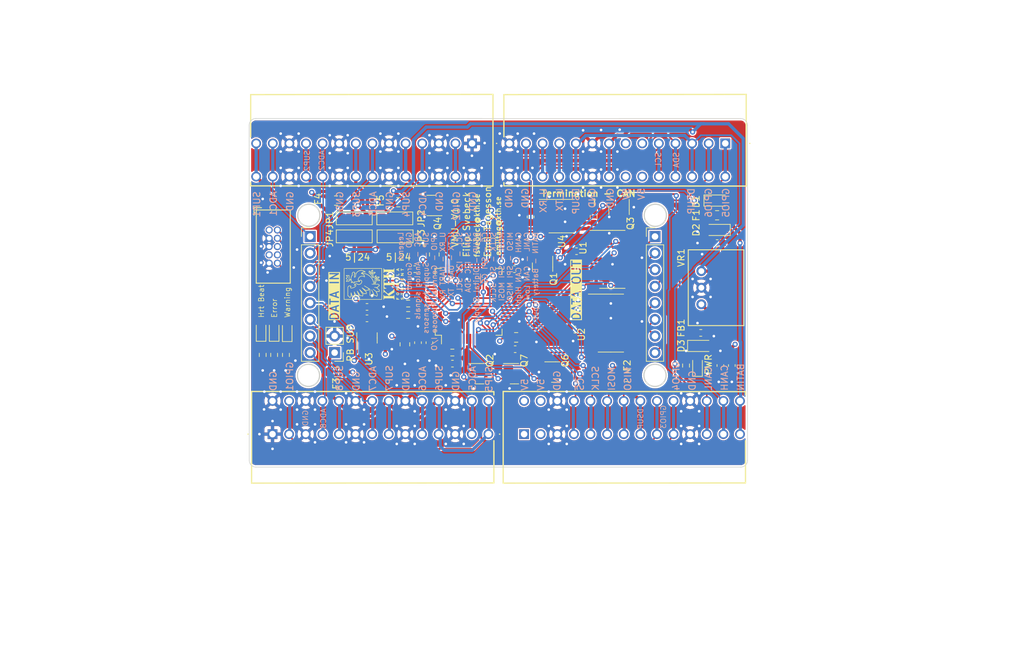
<source format=kicad_pcb>
(kicad_pcb (version 20221018) (generator pcbnew)
  (layers (0 "F.Cu" signal "TOP") (1 "In1.Cu" power "GND") (2 "In2.Cu" power "PWR") (31 "B.Cu" signal "BOTTOM") (34 "B.Paste" user) (35 "F.Paste" user) (36 "B.SilkS" user "B.Silkscreen") (37 "F.SilkS" user "F.Silkscreen") (38 "B.Mask" user) (39 "F.Mask" user) (44 "Edge.Cuts" user))
  (net 0 "")
  (net 1 "+5V")
  (net 2 "GND")
  (net 3 "+24V")
  (net 4 "+3.3V")
  (net 5 "/PB_SUPPLY")
  (net 6 "/SUPPLY_4")
  (net 7 "/SUPPLY_3")
  (net 8 "/SUPPLY_1")
  (net 9 "/SUPPLY_2")
  (net 10 "/MCU/~{reset}")
  (net 11 "/MCU/HSE_IN")
  (net 12 "Net-(D1-K)")
  (net 13 "/battery_in")
  (net 14 "Net-(D4-K)")
  (net 15 "Net-(D5-K)")
  (net 16 "/MCU/STATUS_LED_2_LED")
  (net 17 "Net-(D6-K)")
  (net 18 "/MCU/STATUS_LED_1_LED")
  (net 19 "Net-(D7-K)")
  (net 20 "/MCU/STATUS_LED_3_LED")
  (net 21 "Net-(JP1-A)")
  (net 22 "Net-(JP1-B)")
  (net 23 "Net-(VR1-OUT)")
  (net 24 "/CAN1_L")
  (net 25 "/CAN1_H")
  (net 26 "/ANALOG_1_SIGNAL")
  (net 27 "/ANALOG_2_SIGNAL")
  (net 28 "/ANALOG_3_SIGNAL")
  (net 29 "/ANALOG_4_SIGNAL")
  (net 30 "/ANALOG_5_SIGNAL")
  (net 31 "/ANALOG_6_SIGNAL")
  (net 32 "/ANALOG_7_SIGNAL")
  (net 33 "/ANALOG_8_SIGNAL")
  (net 34 "/I2C_SCL")
  (net 35 "/I2C_SDA")
  (net 36 "/UART_TX")
  (net 37 "/UART_RX")
  (net 38 "/SPI_SCLK")
  (net 39 "/SPI_MOSI")
  (net 40 "/SPI_MISO")
  (net 41 "/MCU/swdio")
  (net 42 "/MCU/swdclk")
  (net 43 "/MCU/HSE_OUT")
  (net 44 "/MCU/ANALOG_1")
  (net 45 "/MCU/ANALOG_2")
  (net 46 "/MCU/ANALOG_3")
  (net 47 "/MCU/ANALOG_4")
  (net 48 "/MCU/ANALOG_5")
  (net 49 "/MCU/ANALOG_6")
  (net 50 "/MCU/ANALOG_7")
  (net 51 "/MCU/ANALOG_8")
  (net 53 "/MCU/CAN_TX")
  (net 54 "/MCU/CAN_RX")
  (net 59 "/SPI_~{CS}")
  (net 64 "/GPIO_GND_4")
  (net 77 "/DIGITAL_SUPPLY_1")
  (net 78 "Net-(Q1-G)")
  (net 79 "/GPIO_GND_5")
  (net 80 "/GPIO_GND_6")
  (net 81 "/GPIO_GND_3")
  (net 82 "Net-(Q4-G)")
  (net 83 "Net-(Q2-G)")
  (net 84 "Net-(Q3-G)")
  (net 85 "Net-(Q7-G)")
  (net 86 "Net-(Q6-G)")
  (net 87 "/GPIO_GND_2")
  (net 88 "/GPIO_GND_1")
  (net 89 "Net-(J4-Pin_1)")
  (net 90 "Net-(J4-Pin_2)")
  (net 91 "Net-(J4-Pin_3)")
  (net 92 "Net-(J4-Pin_4)")
  (net 93 "Net-(J4-Pin_5)")
  (net 94 "Net-(J4-Pin_6)")
  (net 95 "Net-(J4-Pin_7)")
  (net 96 "Net-(J4-Pin_8)")
  (footprint "Diode_SMD:D_0603_1608Metric_Pad1.05x0.95mm_HandSolder" (layer "F.Cu") (at 97.25 108.665 90)
    (fp_text reference locked "D5" hide)
    (fp_text value "BLUE")
  )
  (footprint "Diode_SMD:D_SOD-323_HandSoldering" (layer "F.Cu") (at 163 93.25 180)
    (fp_text reference "D2")
    (fp_text value "D_TVS")
  )
  (footprint "Capacitor_SMD:C_0603_1608Metric_Pad1.08x0.95mm_HandSolder" (layer "F.Cu") (at 165.25 114 -90)
    (fp_text reference "C5" hide)
    (fp_text value "100n")
  )
  (footprint "Jumper:SolderJumper-3_P2.0mm_Open_TrianglePad1.0x1.5mm_NumberLabels" (layer "F.Cu") (at 107.5 94.25)
    (fp_text reference "JP4")
    (fp_text value "Jumper_3_Open")
  )
  (footprint "Resistor_SMD:R_0603_1608Metric_Pad0.98x0.95mm_HandSolder" (layer "F.Cu") (at 122.5 112.012)
    (fp_text reference "R3" hide)
    (fp_text value "10k")
  )
  (footprint "KTHFS:Atmel_ICP_connector" (layer "F.Cu") (at 95.115 95.79 -90)
    (fp_text reference "J8" hide)
    (fp_text value "ARM_JTAG_SWD_10")
  )
  (footprint "Package_TO_SOT_SMD:SOT-23-5" (layer "F.Cu") (at 109.45 109.775 90)
    (fp_text reference "U3")
    (fp_text value "ADP150AUJZ-3.3-R7")
  )
  (footprint "Capacitor_SMD:C_0603_1608Metric_Pad1.08x0.95mm_HandSolder" (layer "F.Cu") (at 132 99.25)
    (fp_text reference "C13" hide)
    (fp_text value "100n")
  )
  (footprint "Fuse:Fuse_0805_2012Metric_Pad1.15x1.40mm_HandSolder" (layer "F.Cu") (at 163 91 180)
    (fp_text reference "F1")
    (fp_text value "Fuse")
  )
  (footprint "Diode_SMD:D_SOD-323_HandSoldering" (layer "F.Cu") (at 160.5 111)
    (fp_text reference "D3")
    (fp_text value "D_TVS")
  )
  (footprint "Capacitor_SMD:C_0805_2012Metric_Pad1.18x1.45mm_HandSolder" (layer "F.Cu") (at 119.75 97 90)
    (fp_text reference "C16" hide)
    (fp_text value "4.7u")
  )
  (footprint "Package_TO_SOT_SMD:SOT-23" (layer "F.Cu") (at 136.3 98.9375 -90)
    (fp_text reference "Q1")
    (fp_text value "NMOS")
  )
  (footprint "KTHFS:TBL00925414GY2GY" (layer "F.Cu") (at 164.25 80 180)
    (fp_text reference "J2" hide)
    (fp_text value "TBL009-254-14GY-2GY" hide)
  )
  (footprint "Capacitor_SMD:C_0603_1608Metric_Pad1.08x0.95mm_HandSolder" (layer "F.Cu") (at 109.45 106.775)
    (fp_text reference "C7" hide)
    (fp_text value "100n")
  )
  (footprint "Package_TO_SOT_SMD:SOT-23" (layer "F.Cu") (at 119.25 89.5 180)
    (fp_text reference "Q4")
    (fp_text value "NMOS")
  )
  (footprint "Resistor_SMD:R_0603_1608Metric_Pad0.98x0.95mm_HandSolder" (layer "F.Cu") (at 115.75 106.262)
    (fp_text reference "R7" hide)
    (fp_text value "2k7")
  )
  (footprint "Capacitor_SMD:C_0603_1608Metric_Pad1.08x0.95mm_HandSolder" (layer "F.Cu") (at 134.464 91.25 -90)
    (fp_text reference "C8" hide)
    (fp_text value "100n")
  )
  (footprint "Package_SO:SOIC-14_3.9x8.7mm_P1.27mm" (layer "F.Cu") (at 146.975 97.75)
    (fp_text reference "U1")
    (fp_text value "TLV9064")
  )
  (footprint "Capacitor_SMD:C_0603_1608Metric_Pad1.08x0.95mm_HandSolder" (layer "F.Cu") (at 141.5 96.5 180)
    (fp_text reference "C2" hide)
    (fp_text value "100n")
  )
  (footprint "Diode_SMD:D_0603_1608Metric_Pad1.05x0.95mm_HandSolder" (layer "F.Cu") (at 93.25 108.625 90)
    (fp_text reference locked "D6" hide)
    (fp_text value "YELLOW")
  )
  (footprint "Capacitor_SMD:C_0603_1608Metric_Pad1.08x0.95mm_HandSolder" (layer "F.Cu") (at 116.75 99.25 180)
    (fp_text reference "C12" hide)
    (fp_text value "100n")
  )
  (footprint "Capacitor_SMD:C_0603_1608Metric_Pad1.08x0.95mm_HandSolder" (layer "F.Cu") (at 117.25 110.5 -90)
    (fp_text reference "C10" hide)
    (fp_text value "100n")
  )
  (footprint "Package_TO_SOT_SMD:SOT-23" (layer "F.Cu") (at 148 90.25 -90)
    (fp_text reference "Q3")
    (fp_text value "NMOS")
  )
  (footprint "Resistor_SMD:R_0603_1608Metric_Pad0.98x0.95mm_HandSolder" (layer "F.Cu") (at 97.05 112.375 90)
    (fp_text reference "R4" hide)
    (fp_text value "1k")
  )
  (footprint "Capacitor_SMD:C_0805_2012Metric_Pad1.18x1.45mm_HandSolder" (layer "F.Cu") (at 115.25 110.75 -90)
    (fp_text reference "C15" hide)
    (fp_text value "4.7u")
  )
  (footprint "Package_SO:SOIC-14_3.9x8.7mm_P1.27mm" (layer "F.Cu") (at 146.75 107.5)
    (fp_text reference "U2")
    (fp_text value "TLV9064")
  )
  (footprint "LOGO" (layer "F.Cu") (at 110.5 101.5 90)
    (fp_text reference "G***" hide)
    (fp_text value "LOGO" hide)
  )
  (footprint "Connector_PinHeader_2.54mm:PinHeader_1x02_P2.54mm_Vertical" (layer "F.Cu") (at 104.5 112.025 180)
    (fp_text reference "J5" hide)
    (fp_text value "Conn_01x02_Pin")
  )
  (footprint "Capacitor_SMD:C_0603_1608Metric_Pad1.08x0.95mm_HandSolder" (layer "F.Cu") (at 132.1125 111.5)
    (fp_text reference "C14" hide)
    (fp_text value "10n")
  )
  (footprint "Jumper:SolderJumper-3_P2.0mm_Open_TrianglePad1.0x1.5mm_NumberLabels" (layer "F.Cu") (at 107.5 91.5)
    (fp_text reference "JP1")
    (fp_text value "Jumper_3_Open")
  )
  (footprint "Package_QFP:LQFP-64_10x10mm_P0.5mm" (layer "F.Cu") (at 125 104.25 90)
    (fp_text reference "U5" hide)
    (fp_text value "STM32F091RCTx")
  )
  (footprint "Capacitor_SMD:C_0603_1608Metric_Pad1.08x0.95mm_HandSolder" (layer "F.Cu") (at 163 95.25 180)
    (fp_text reference "C3" hide)
    (fp_text value "1u")
  )
  (footprint "KTHFS:TBL00925414GY2GY" (layer "F.Cu") (at 125.52 80 180)
    (fp_text reference "J1" hide)
    (fp_text value "TBL009-254-14GY-2GY" hide)
  )
  (footprint "Diode_SMD:D_0603_1608Metric_Pad1.05x0.95mm_HandSolder" (layer "F.Cu") (at 95.25 108.625 90)
    (fp_text reference locked "D7" hide)
    (fp_text value "RED")
  )
  (footprint "Capacitor_SMD:C_0603_1608Metric_Pad1.08x0.95mm_HandSolder" (layer "F.Cu") (at 122.5195 113.712 180)
    (fp_text reference "C9" hide)
    (fp_text value "100n")
  )
  (footprint "Package_SO:SOIC-8_3.9x4.9mm_P1.27mm" (layer "F.Cu") (at 139.225 91.135)
    (fp_text reference "U4")
    (fp_text value "SN65HVD233")
  )
  (footprint "Package_TO_SOT_SMD:SOT-23" (layer "F.Cu") (at 126.6875 115.25)
    (fp_text reference "Q2")
    (fp_text value "NMOS")
  )
  (footprint "Capacitor_SMD:C_0603_1608Metric_Pad1.08x0.95mm_HandSolder" (layer "F.Cu") (at 119 110.5 -90)
    (fp_text reference "C11" hide)
    (fp_text value "100n")
  )
  (footprint "Diode_SMD:D_0603_1608Metric_Pad1.05x0.95mm_HandSolder" (layer "F.Cu") (at 160 114 90)
    (fp_text reference locked "D4" hide)
    (fp_text value "RED")
  )
  (footprint "Capacitor_SMD:C_0603_1608Metric_Pad1.08x0.95mm_HandSolder" (layer "F.Cu") (at 109.45 105.025)
    (fp_text reference "C6" hide)
    (fp_text value "1u")
  )
  (footprint "Resistor_SMD:R_0603_1608Metric_Pad0.98x0.95mm_HandSolder" (layer "F.Cu") (at 95.25 112.375 90)
    (fp_text reference "R6" hide)
    (fp_text value "1k")
  )
  (footprint "Connector_PinHeader_2.54mm:PinHeader_1x08_P2.54mm_Vertical" (layer "F.Cu") (at 100.75 94.25)
    (fp_text reference "J3" hide)
    (fp_text value "Conn_01x08_Pin")
  )
  (footprint "Capacitor_SMD:C_0603_1608Metric_Pad1.08x0.95mm_HandSolder" (layer "F.Cu") (at 163.5 114 -90)
    (fp_text reference "C4" hide)
    (fp_text value "1u")
  )
  (footprint "Fuse:Fuse_0805_2012Metric_Pad1.15x1.40mm_HandSolder" (layer "F.Cu") (at 114.25 89 180)
    (fp_text reference "F5")
    (fp_text value "Fuse")
  )
  (footprint "KTHFS:TBL00925414GY2GY" (layer "F.Cu") (at 133.48 124.5)
    (fp_text reference "J6" hide)
    (fp_text value "TBL009-254-14GY-2GY" hide)
  )
  (footprint "Connector_PinHeader_2.54mm:PinHeader_1x08_P2.54mm_Vertical" (layer "F.Cu") (at 153.5 94.25)
    (fp_text reference "J4" hide)
    (fp_text value "Conn_01x08_Pin")
  )
  (footprint "Package_TO_SOT_SMD:SOT-23" (layer "F.Cu") (at 138.3125 115)
    (fp_text reference "Q6")
    (fp_text value "NMOS")
  )
  (footprint "Fuse:Fuse_0805_2012Metric_Pad1.15x1.40mm_HandSolder" (layer "F.Cu") (at 149.25 115.75)
    (fp_text reference "F2")
    (fp_text value "Fuse")
  )
  (footprint "Diode_SMD:D_SOD-323_HandSoldering" (layer "F.Cu") (at 163 88.75)
    (fp_text reference "D1")
    (fp_text value "D_Schottky")
  )
  (footprint "Jumper:SolderJumper-3_P2.0mm_Open_TrianglePad1.0x1.5mm_NumberLabels" (layer "F.Cu") (at 113.75 94.25)
    (fp_text reference "JP3")
    (fp_text value "Jumper_3_Open")
  )
  (footprint "Capacitor_SMD:C_0805_2012Metric_Pad1.18x1.45mm_HandSolder" (layer "F.Cu") (at 132.2645 109.6885)
    (fp_text reference "C17" hide)
    (fp_text value "1u")
  )
  (footprint "Fuse:Fuse_0805_2012Metric_Pad1.15x1.40mm_HandSolder" (layer "F.Cu") (at 104.725 88.75)
    (fp_text reference "F4")
    (fp_text value "Fuse")
  )
  (footprint "Package_TO_SOT_SMD:SOT-23" (layer "F.Cu") (at 132 115.25)
    (fp_text reference "Q7")
    (fp_text value "NMOS")
  )
  (footprint "Resistor_SMD:R_0603_1608Metric_Pad0.98x0.95mm_HandSolder" (layer "F.Cu") (at 144.116 91.262 -90)
    (fp_text reference "R2" hide)
    (fp_text value "120")
  )
  (footprint "Fuse:Fuse_0805_2012Metric_Pad1.15x1.40mm_HandSolder" (layer "F.Cu") (at 104.75 115 180)
    (fp_text reference "F3")
    (fp_text value "Fuse")
  )
  (footprint "Jumper:SolderJumper-3_P2.0mm_Open_TrianglePad1.0x1.5mm_NumberLabels" (layer "F.Cu") (at 113.7 91.5)
    (fp_text reference "JP2")
    (fp_text value "Jumper_3_Open")
  )
  (footprint "Inductor_SMD:L_0603_1608Metric_Pad1.05x0.95mm_HandSolder" (layer "F.Cu") (at 160.5 109 180)
    (fp_text reference "FB1")
    (fp_text value "FerriteBead")
  )
  (footprint "Capacitor_SMD:C_0603_1608Metric_Pad1.08x0.95mm_HandSolder" (layer "F.Cu") (at 141.25 108.5 180)
    (fp_text reference "C1" hide)
    (fp_text value "100n")
  )
  (footprint "KTHFS:TBL00925414GY2GY" (layer "F.Cu") (at 95 124.5)
    (fp_text reference "J7" hide)
    (fp_text value "TBL009-254-14GY-2GY" hide)
  )
  (footprint "Resistor_SMD:R_0603_1608Metric_Pad0.98x0.95mm_HandSolder" (layer "F.Cu") (at 158.25 114 90)
    (fp_text reference "R1" hide)
    (fp_text value "510")
  )
  (footprint "Resistor_SMD:R_0603_1608Metric_Pad0.98x0.95mm_HandSolder" (layer "F.Cu") (at 115.75 104.512)
    (fp_text reference "R8" hide)
    (fp_text value "2k7")
  )
  (footprint "Resistor_SMD:R_0603_1608Metric_Pad0.98x0.95mm_HandSolder" (layer "F.Cu") (at 93.5 112.375 90)
    (fp_text reference "R5" hide)
    (fp_text value "1k")
  )
  (footprint "KTHFS:Wurth-FDSM" (layer "F.Cu") (at 158.5875 96.2875 -90)
    (fp_text reference "VR1")
    (fp_text value "Wurth-FDSM")
  )
  (gr_line (start 144.25 89.5) (end 144.25 88.5) (stroke (width 0.2)) (layer "F.SilkS"))
  (gr_line (start 167.64 77.216) (end 167.64758 128.52158) (stroke (width 0.1)) (layer "Edge.Cuts"))
  (gr_arc (start 91.43242 77.20842) (mid 91.73 76.49) (end 92.44842 76.19242) (stroke (width 0.1)) (layer "Edge.Cuts"))
  (gr_circle (center 100.5 115.5) (end 102.2 115.5) (stroke (width 0.2)) (fill none) (layer "Edge.Cuts"))
  (gr_arc (start 167.64758 128.52158) (mid 167.35 129.24) (end 166.63158 129.53758) (stroke (width 0.1)) (layer "Edge.Cuts"))
  (gr_line (start 91.44242 128.52158) (end 91.43242 77.20842) (stroke (width 0.1)) (layer "Edge.Cuts"))
  (gr_line (start 166.63158 129.53758) (end 92.45842 129.53758) (stroke (width 0.1)) (layer "Edge.Cuts"))
  (gr_circle (center 100.55 91) (end 102.25 91) (stroke (width 0.2)) (fill none) (layer "Edge.Cuts"))
  (gr_circle (center 153.5 115.5) (end 155.2 115.5) (stroke (width 0.2)) (fill none) (layer "Edge.Cuts"))
  (gr_arc (start 92.45842 129.53758) (mid 91.74 129.24) (end 91.44242 128.52158) (stroke (width 0.1)) (layer "Edge.Cuts"))
  (gr_line (start 92.44842 76.19242) (end 166.624 76.2) (stroke (width 0.1)) (layer "Edge.Cuts"))
  (gr_arc (start 166.624 76.2) (mid 167.34242 76.49758) (end 167.64 77.216) (stroke (width 0.1)) (layer "Edge.Cuts"))
  (gr_circle (center 153.55 91) (end 155.25 91) (stroke (width 0.2)) (fill none) (layer "Edge.Cuts"))
  (gr_text "5V" (at 152 86.75 90) (layer "B.SilkS") (effects (font (size 1 1)) (justify left bottom mirror)))
  (gr_text "DSUP" (at 159.625 86.75 90) (layer "B.SilkS") (effects (font (size 1 1)) (justify left bottom mirror)))
  (gr_text "DSUP" (at 142 86.75 90) (layer "B.SilkS") (effects (font (size 1 1)) (justify left bottom mirror)))
  (gr_text "SUP2" (at 100.75 81 90) (layer "B.SilkS") (effects (font (size 0.8 0.8) (thickness 0.1)) (justify left bottom mirror)))
  (gr_text "GND" (at 105.8875 87.25 90) (layer "B.SilkS") (effects (font (size 1 1)) (justify left bottom mirror)))
  (gr_text "SUP6" (at 121.0875 113.845238 90) (layer "B.SilkS") (effects (font (size 1 1)) (justify left bottom mirror)))
  (gr_text "U_RX" (at 137 86.75 90) (layer "B.SilkS") (effects (font (size 1 1)) (justify left bottom mirror)))
  (gr_text "SUP8" (at 105.8475 113.845238 90) (layer "B.SilkS") (effects (font (size 1 1)) (justify left bottom mirror)))
  (gr_text "GPIO1" (at 98.2275 113.321429 90) (layer "B.SilkS") (effects (font (size 1 1)) (justify left bottom mirror)))
  (gr_text "Legend\nGND - Ground\nADC - Analog signals\nSUP - Supply to sensors\nGPIO - Genreral Purpose I/O\nU_RX - UART RX\nU_TX - UART TX\nSCL - I2C SCL\nSDA - I2C SDA\nDSUP - Digital Supply\n~{CS} - SPI ~{CS}\nSCLK - SPI SCLK\nMOSI - SPI MOSI\nMISO - SPI MISO\nCANH - CAN High\nCANL - CAN Low\nBATIN - Battery Input\n\n\n" (at 138.25 93.5 90) (layer "B.SilkS") (effects (font (size 0.8 0.8) (thickness 0.12)) (justify left bottom mirror)))
  (gr_text "ADC3" (at 110.9675 87.25 90) (layer "B.SilkS") (effects (font (size 1 1)) (justify left bottom mirror)))
  (gr_text "ADC4" (at 118.5875 87.25 90) (layer "B.SilkS") (effects (font (size 1 1)) (justify left bottom mirror)))
  (gr_text "GPIO5" (at 164.9375 86.75 90) (layer "B.SilkS") (effects (font (size 1 1)) (justify left bottom mirror)))
  (gr_text "ADC2" (at 103 81 90) (layer "B.SilkS") (effects (font (size 0.8 0.8) (thickness 0.1)) (justify left bottom mirror)))
  (gr_text "ADC5" (at 126.1675 113.988095 90) (layer "B.SilkS") (effects (font (size 1 1)) (justify left bottom mirror)))
  (gr_text "U_TX" (at 139.5 86.75 90) (layer "B.SilkS") (effects (font (size 1 1)) (justify left bottom mirror)))
  (gr_text "BATIN" (at 167.1875 113.595238 90) (layer "B.SilkS") (effects (font (size 1 1)) (justify left bottom mirror)))
  (gr_text "SUP3" (at 108.4275 87.25 90) (layer "B.SilkS") (effects (font (size 1 1)) (justify left bottom mirror)))
  (gr_text "GND" (at 95.6875 114.75 90) (layer "B.SilkS") (effects (font (size 1 1)) (justify left bottom mirror)))
  (gr_text "ADC8" (at 103.25 120.5 90) (layer "B.SilkS") (effects (font (size 0.8 0.8) (thickness 0.1)) (justify left bottom mirror)))
  (gr_text "ADC6" (at 118.5475 113.988095 90) (layer "B.SilkS") (effects (font (size 1 1)) (justify left bottom mirror)))
  (gr_text "SUP7" (at 113.4675 113.845238 90) (layer "B.SilkS") (effects (font (size 1 1)) (justify left bottom mirror)))
  (gr_text "GND" (at 144.5 86.75 90) (layer "B.SilkS") (effects (font (size 1 1)) (justify left bottom mirror)))
  (gr_text "GND" (at 123.6275 114.75 90) (layer "B.SilkS") (effects (font (size 1 1)) (justify left bottom mirror)))
  (gr_text "MOSI" (at 147.458264 114.119048 90) (layer "B.SilkS") (effects (font (size 1 1)) (justify left bottom mirror)))
  (gr_text "GND" (at 121.1275 87.25 90) (layer "B.SilkS") (effects (font (size 1 1)) (justify left bottom mirror)))
  (gr_text "GND" (at 126.2075 87.25 90) (layer "B.SilkS") (effects (font (size 1 1)) (justify left bottom mirror)))
  (gr_text "GND" (at 134.25 86.75 90) (layer "B.SilkS") (effects (font (size 1 1)) (justify left bottom mirror)))
  (gr_text "GND" (at 108.3875 114.75 90) (layer "B.SilkS") (effects (font (size 1 1)) (justify left bottom mirror)))
  (gr_text "5V" (at 149.6875 86.75 90) (layer "B.SilkS") (effects (font (size 1 1)) (justify left bottom mirror)))
  (gr_text "GND" (at 113.5075 87.25 90) (layer "B.SilkS") (effects (font (size 1 1)) (justify left bottom mirror)))
  (gr_text "GND" (at 159.789029 114.690476 90) (layer "B.SilkS") (effects (font (size 1 1)) (justify left bottom mirror)))
  (gr_text "SUP1" (at 93.1875 87.25 90) (layer "B.SilkS") (effects (font (size 1 1)) (justify left bottom mirror)))
  (gr_text "GND" (at 147.25 86.75 90) (layer "B.SilkS") (effects (font (size 1 1)) (justify left bottom mirror)))
  (gr_text "5V" (at 136.633653 115.928571 90) (layer "B.SilkS") (effects (font (size 1 1)) (justify left bottom mirror)))
  (gr_text "SUP4" (at 116.0475 87.25 90) (layer "B.SilkS") (effects (font (size 1 1)) (justify left bottom mirror)))
  (gr_text "GND" (at 139.099806 114.690476 90) (layer "B.SilkS") (effects (font (size 1 1)) (justify left bottom mirror)))
  (gr_text "GPIO6" (at 162.28125 86.75 90) (layer "B.SilkS") (effects (font (size 1 1)) (justify left bottom mirror)))
  (gr_text "MISO" (at 149.924417 114.119048 90) (layer "B.SilkS") (effects (font (size 1 1)) (justify left bottom mirror)))
  (gr_text "ADC7" (at 110.9275 113.988095 90) (layer "B.SilkS") (effects (font (size 1 1)) (justify left bottom mirror)))
  (gr_text "SUP5" (at 128.7075 114 90) (layer "B.SilkS") (effects (font (size 1 1)) (justify left bottom mirror)))
  (gr_text "GND" (at 116.0075 114.75 90) (layer "B.SilkS") (effects (font (size 1 1)) (justify left bottom mirror)))
  (gr_text "SCL" (at 154.5 81.25 90) (layer "B.SilkS") (effects (font (size 0.85 0.85) (thickness 0.12)) (justify left bottom mirror)))
  (gr_text "5V" (at 134.1675 115.928571 90) (layer "B.SilkS") (effects (font (size 1 1)) (justify left bottom mirror)))
  (gr_text "GND" (at 131.75 86.75 90) (layer "B.SilkS") (effects (font (size 1 1)) (justify left bottom mirror)))
  (gr_text "GND" (at 98.2675 87.25 90) (layer "B.SilkS") (effects (font (size 1 1)) (justify left bottom mirror)))
  (gr_text "SCLK" (at 144.992111 113.97619 90) (layer "B.SilkS") (effects (font (size 1 1)) (justify left bottom mirror)))
  (gr_text "GND" (at 100.5 120.75 90) (layer "B.SilkS") (effects (font (size 0.8 0.8) (thickness 0.1)) (justify left bottom mirror)))
  (gr_text "DSUP" (at 151.75 120.5 90) (layer "B.SilkS") (effects (font (size 0.8 0.8) (thickness 0.1)) (justify left bottom mirror)))
  (gr_text "~{CS}" (at 142.692743 115.785714 90) (layer "B.SilkS") (effects (font (size 1 1)) (justify left bottom mirror)))
  (gr_text "CANH" (at 164.721335 113.785714 90) (layer "B.SilkS") (effects (font (size 1 1)) (justify left bottom mirror)))
  (gr_text "GPIO2" (at 123.75 87.25 90) (layer "B.SilkS") (effects (font (size 1 1)) (justify left bottom mirror)))
  (gr_text "CANL" (at 162.255182 114.023809 90) (layer "B.SilkS") (effects (font (size 1 1)) (justify left bottom mirror)))
  (gr_text "GPIO4" (at 157.322876 113.261905 90) (layer "B.SilkS") (effects (font (size 1 1)) (justify left bottom mirror)))
  (gr_text "SDA" (at 157.25 81.25 90) (layer "B.SilkS") (effects (font (size 0.85 0.85) (thickness 0.12)) (justify left bottom mirror)))
  (gr_text "ADC1" (at 95.7275 87.25 90) (layer "B.SilkS") (effects (font (size 1 1)) (justify left bottom mirror)))
  (gr_text "GPIO3" (at 155.25 120 90) (layer "B.SilkS") (effects (font (size 0.8 0.8) (thickness 0.1)) (justify left bottom mirror)))
  (gr_text "DATA OUT" (at 142.25 107.25 90) (layer "F.SilkS" knockout) (effects (font (size 1.3 1.3) (thickness 0.2)) (justify left bottom)))
  (gr_text " 5|24" (at 105.25 98) (layer "F.SilkS") (effects (font (size 1 1)) (justify left bottom)))
  (gr_text "Filip Svebeck\n\nEmil Tagesson\n" (at 128.5 97.5 90) (layer "F.SilkS") (effects (font (size 1 1)) (justify left bottom)))
  (gr_text " 5|24" (at 111.5 98) (layer "F.SilkS") (effects (font (size 1 1)) (justify left bottom)))
  (gr_text "PB SUP" (at 107.5 113.5 90) (layer "F.SilkS") (effects (font (size 1 1)) (justify left bottom)))
  (gr_text "VMU-V1.0" (at 123.5 96 90) (layer "F.SilkS") (effects (font (size 1 1)) (justify left bottom)))
  (gr_text "Warning" (at 97.75 106.75 90) (layer "F.SilkS") (effects (font (size 0.8 0.8) (thickness 0.1)) (justify left bottom)))
  (gr_text "emiltag@kth.se" (at 130 97.25 90) (layer "F.SilkS") (effects (font (size 0.8 0.8)) (justify left bottom)))
  (gr_text "DATA IN" (at 105.25 107.25 90) (layer "F.SilkS" knockout) (effects (font (size 1.3 1.3) (thickness 0.2)) (justify left bottom)))
  (gr_text "Hrt Beat" (at 93.760639 106.749999 90) (layer "F.SilkS") (effects (font (size 0.8 0.8) (thickness 0.1)) (justify left bottom)))
  (gr_text "Error" (at 95.75 106.75 90) (layer "F.SilkS") (effects (font (size 0.8 0.8) (thickness 0.1)) (justify left bottom)))
  (gr_text "fsvebeck@kth.se" (at 126.75 97.5 90) (layer "F.SilkS") (effects (font (size 0.8 0.8)) (justify left bottom)))
  (gr_text "PWR" (at 162.25 115.5 90) (layer "F.SilkS") (effects (font (size 1 1)) (justify left bottom)))
  (gr_text "Termination - CAN" (at 136 88.25) (layer "F.SilkS") (effects (font (size 1 1) (thickness 0.2)) (justify left bottom)))
  (segment (start 165.25 111.25) (end 165.75 110.75) (width 0.5) (layer "F.Cu") (net 1))
  (segment (start 108.5 110.9125) (end 108.5 110.225) (width 0.5) (layer "F.Cu") (net 1))
  (segment (start 142.1125 108.5) (end 143.1125 107.5) (width 0.5) (layer "F.Cu") (net 1))
  (segment (start 110.136764 110.088236) (end 110.4 110.351472) (width 0.5) (layer "F.Cu") (net 1))
  (segment (start 165.25 113.1375) (end 165.25 111.25) (width 0.5) (layer "F.Cu") (net 1))
  (segment (start 114.8375 106.262) (end 112.25 108.8495) (width 0.5) (layer "F.Cu") (net 1))
  (segment (start 108.5 112.25) (end 107.5 113.25) (width 0.5) (layer "F.Cu") (net 1))
  (segment (start 110.4 110.575) (end 110.4 110.9125) (width 0.5) (layer "F.Cu") (net 1))
  (segment (start 110.136764 110.088236) (end 110.198528 110.15) (width 0.5) (layer "F.Cu") (net 1))
  (segment (start 163.5 113.1375) (end 165.25 113.1375) (width 0.5) (layer "F.Cu") (net 1))
  (segment (start 108.5 110.9125) (end 108.5 112.25) (width 0.5) (layer "F.Cu") (net 1))
  (segment (start 159.25 112.375) (end 160 113.125) (width 0.5) (layer "F.Cu") (net 1))
  (segment (start 142.3625 96.5) (end 143.6125 97.75) (width 0.5) (layer "F.Cu") (net 1))
  (segment (start 147.25 96.75) (end 146.25 97.75) (width 0.25) (layer "F.Cu") (net 1))
  (segment (start 101.55 88.05) (end 103 88.05) (width 0.5) (layer "F.Cu") (net 1))
  (segment (start 143.6125 97.75) (end 144.5 97.75) (width 0.5) (layer "F.Cu") (net 1))
  (segment (start 114.8375 104.512) (end 114.8375 106.262) (width 0.5) (layer "F.Cu") (net 1))
  (segment (start 159.25 111) (end 159.25 112.375) (width 0.5) (layer "F.Cu") (net 1))
  (segment (start 148.225 115.225) (end 147 114) (width 0.5) (layer "F.Cu") (net 1))
  (segment (start 110.4 110.351472) (end 110.4 110.9125) (width 0.5) (layer "F.Cu") (net 1))
  (segment (start 148.225 115.75) (end 148.225 115.225) (width 0.5) (layer "F.Cu") (net 1))
  (segment (start 141.75 105.5) (end 141.75 108.1375) (width 0.5) (layer "F.Cu") (net 1))
  (segment (start 163.4875 113.125) (end 163.5 113.1375) (width 0.5) (layer "F.Cu") (net 1))
  (segment (start 159.625 110.625) (end 159.25 111) (width 0.5) (layer "F.Cu") (net 1))
  (segment (start 105.775 115) (end 107.25 115) (width 0.5) (layer "F.Cu") (net 1))
  (segment (start 141.75 108.1375) (end 142.1125 108.5) (width 0.5) (layer "F.Cu") (net 1))
  (segment (start 143.1125 107.5) (end 144.275 107.5) (width 0.5) (layer "F.Cu") (net 1))
  (segment (start 109.848528 109.8) (end 110.136764 110.088236) (width 0.5) (layer "F.Cu") (net 1))
  (segment (start 101 87.5) (end 101.55 88.05) (width 0.5) (layer "F.Cu") (net 1))
  (segment (start 108.925 109.8) (end 109.848528 109.8) (width 0.5) (layer "F.Cu") (net 1))
  (segment (start 160 113.125) (end 163.4875 113.125) (width 0.5) (layer "F.Cu") (net 1))
  (segment (start 103 88.05) (end 103.7 88.75) (width 0.5) (layer "F.Cu") (net 1))
  (segment (start 159.625 109) (end 159.625 110.625) (width 0.5) (layer "F.Cu") (net 1))
  (segment (start 112.25 108.8495) (end 112.25 112.25) (width 0.5) (layer "F.Cu") (net 1))
  (segment (start 146.25 97.75) (end 144.5 97.75) (width 0.25) (layer "F.Cu") (net 1))
  (segment (start 108.5 110.225) (end 108.925 109.8) (width 0.5) (layer "F.Cu") (net 1))
  (via (at 147 114) (size 0.8) (drill 0.4) (layers "F.Cu" "B.Cu") (net 1))
  (via (at 147.25 96.75) (size 0.8) (drill 0.4) (layers "F.Cu" "B.Cu") (net 1))
  (via (at 107.5 113.25) (size 0.8) (drill 0.4) (layers "F.Cu" "B.Cu") (net 1))
  (via (at 141.75 105.5) (size 0.8) (drill 0.4) (layers "F.Cu" "B.Cu") (net 1))
  (via (at 101 87.5) (size 0.8) (drill 0.4) (layers "F.Cu" "B.Cu") (net 1))
  (via (at 107.25 115) (size 0.8) (drill 0.4) (layers "F.Cu" "B.Cu") (net 1))
  (via (at 112.25 112.25) (size 0.8) (drill 0.4) (layers "F.Cu" "B.Cu") (net 1))
  (via (at 165.75 110.75) (size 0.8) (drill 0.4) (layers "F.Cu" "B.Cu") (net 1))
  (segment (start 149.45 97.75) (end 150.75 97.75) (width 0.5) (layer "F.Cu") (net 2))
  (segment (start 138.05 89.95) (end 137.5 90.5) (width 0.25) (layer "F.Cu") (net 2))
  (segment (start 137.333375 88.166625) (end 138.05 88.883249) (width 0.25) (layer "F.Cu") (net 2))
  (segment (start 132.725 112.5) (end 130 112.5) (width 0.25) (layer "F.Cu") (net 2))
  (segment (start 132.975 112.25) (end 132.725 112.5) (width 0.25) (layer "F.Cu") (net 2))
  (segment (start 139.75 98.5) (end 140.6375 97.6125) (width 0.5) (layer "F.Cu") (net 2))
  (segment (start 130.675 107.5) (end 132.5 107.5) (width 0.25) (layer "F.Cu") (net 2))
  (segment (start 136.75 90.5) (end 134.5765 90.5) (width 0.5) (layer "F.Cu") (net 2))
  (segment (start 158.25 113.0875) (end 158 112.8375) (width 0.25) (layer "F.Cu") (net 2))
  (segment (start 141.7 89.23) (end 141.323249 89.23) (width 0.25) (layer "F.Cu") (net 2))
  (segment (start 132.5 107.5) (end 132.75 107.25) (width 0.25) (layer "F.Cu") (net 2))
  (segment (start 121.75 98.575) (end 121.75 99.75) (width 0.25) (layer "F.Cu") (net 2))
  (segment (start 140.6375 97.6125) (end 140.6375 96.5) (width 0.5) (layer "F.Cu") (net 2))
  (segment (start 119.325 107.5) (end 118 107.5) (width 0.25) (layer "F.Cu") (net 2))
  (segment (start 141.29 93.04) (end 141.7 93.04) (width 0.25) (layer "F.Cu") (net 2))
  (segment (start 149.45 97.75) (end 148 97.75) (width 0.5) (layer "F.Cu") (net 2))
  (segment (start 132.975 111.7885) (end 132.975 112.25) (width 0.25) (layer "F.Cu") (net 2))
  (segment (start 109.45 112.7) (end 109.75 113) (width 0.5) (layer "F.Cu") (net 2))
  (segment (start 138.05 88.883249) (end 138.05 89.95) (width 0.25) (layer "F.Cu") (net 2))
  (segment (start 109.45 110.9125) (end 109.45 112.7) (width 0.5) (layer "F.Cu") (net 2))
  (segment (start 137.5 90.5) (end 136.75 90.5) (width 0.25) (layer "F.Cu") (net 2))
  (segment (start 126.75 109.925) (end 126.75 111.25) (width 0.25) (layer "F.Cu") (net 2))
  (segment (start 134.5765 90.5) (end 134.464 90.3875) (width 0.5) (layer "F.Cu") (net 2))
  (segment (start 126.75 111.25) (end 127.75 112.25) (width 0.25) (layer "F.Cu") (net 2))
  (segment (start 130.675 101) (end 132.25 101) (width 0.25) (layer "F.Cu") (net 2))
  (via (at 163.25 116.5) (size 0.8) (drill 0.4) (layers "F.Cu" "B.Cu") (net 2))
  (via (at 137.25 118) (size 0.8) (drill 0.4) (layers "F.Cu" "B.Cu") (net 2))
  (via (at 118 87.75) (size 0.8) (drill 0.4) (layers "F.Cu" "B.Cu") (net 2))
  (via (at 117.25 108) (size 0.8) (drill 0.4) (layers "F.Cu" "B.Cu") (net 2))
  (via (at 94.25 99.75) (size 0.8) (drill 0.4) (layers "F.Cu" "B.Cu") (net 2))
  (via (at 101.5 120.75) (size 0.8) (drill 0.4) (layers "F.Cu" "B.Cu") (net 2))
  (via (at 158.25 111.75) (size 0.8) (drill 0.4) (layers "F.Cu" "B.Cu") (net 2))
  (via (at 130 86.5) (size 0.8) (drill 0.4) (layers "F.Cu" "B.Cu") (net 2))
  (via (at 132.5 81.25) (size 0.8) (drill 0.4) (layers "F.Cu" "B.Cu") (net 2))
  (via (at 109.75 113) (size 0.8) (drill 0.4) (layers "F.Cu" "B.Cu") (net 2))
  (via (at 139.98056 94.23056) (size 0.8) (drill 0.4) (layers "F.Cu" "B.Cu") (net 2))
  (via (at 129.75 78.5) (size 0.8) (drill 0.4) (layers "F.Cu" "B.Cu") (net 2))
  (via (at 141.75 87.75) (size 0.8) (drill 0.4) (layers "F.Cu" "B.Cu") (net 2))
  (via (at 98.75 118) (size 0.8) (drill 0.4) (layers "F.Cu" "B.Cu") (net 2))
  (via (at 96.25 83.75) (size 0.8) (drill 0.4) (layers "F.Cu" "B.Cu") (net 2))
  (via (at 121.75 81.5) (size 0.8) (drill 0.4) (layers "F.Cu" "B.Cu") (net 2))
  (via (at 119 78.75) (size 0.8) (drill 0.4) (layers "F.Cu" "B.Cu") (net 2))
  (via (at 139 116.25) (size 0.8) (drill 0.4) (layers "F.Cu" "B.Cu") (net 2))
  (via (at 96.25 86.5) (size 0.8) (drill 0.4) (layers "F.Cu" "B.Cu") (net 2))
  (via (at 101.5 125.75) (size 0.8) (drill 0.4) (layers "F.Cu" "B.Cu") (net 2))
  (via (at 127 83.75) (size 0.8) (drill 0.4) (layers "F.Cu" "B.Cu") (net 2))
  (via (at 106.5 86.5) (size 0.8) (drill 0.4) (layers "F.Cu" "B.Cu") (net 2))
  (via (at 106.25 123) (size 0.8) (drill 0.4) (layers "F.Cu" "B.Cu") (net 2))
  (via (at 139.75 98.5) (size 0.8) (drill 0.4) (layers "F.Cu" "B.Cu") (net 2))
  (via (at 146.5 93.75) (size 0.8) (drill 0.4) (layers "F.Cu" "B.Cu") (net 2))
  (via (at 99 78.5) (size 0.8) (drill 0.4) (layers "F.Cu" "B.Cu") (net 2))
  (via (at 137.25 126) (size 0.8) (drill 0.4) (layers "F.Cu" "B.Cu") (net 2))
  (via (at 124.75 100.75) (size 0.8) (drill 0.4) (layers "F.Cu" "B.Cu") (net 2))
  (via (at 99 86.5) (size 0.8) (drill 0.4) (layers "F.Cu" "B.Cu") (net 2))
  (via (at 151.5 107.25) (size 0.8) (drill 0.4) (layers "F.Cu" "B.Cu") (net 2))
  (via (at 140 126) (size 0.8) (drill 0.4) (layers "F.Cu" "B.Cu") (net 2))
  (via (at 95 122.5) (size 0.8) (drill 0.4) (layers "F.Cu" "B.Cu") (net 2))
  (via (at 129 112.25) (size 0.8) (drill 0.4) (layers "F.Cu" "B.Cu") (net 2))
  (via (at 139.75 92) (size 0.8) (drill 0.4) (layers "F.Cu" "B.Cu") (net 2))
  (via (at 103.75 78.75) (size 0.8) (drill 0.4) (layers "F.Cu" "B.Cu") (net 2))
  (via (at 119.75 94.25) (size 0.8) (drill 0.4) (layers "F.Cu" "B.Cu") (net 2))
  (via (at 109 125.75) (size 0.8) (drill 0.4) (layers "F.Cu" "B.Cu") (net 2))
  (via (at 103.75 97.25) (size 0.8) (drill 0.4) (layers "F.Cu" "B.Cu") (net 2))
  (via (at 133.25 97.75) (size 0.8) (drill 0.4) (layers "F.Cu" "B.Cu") (net 2))
  (via (at 165.25 116.5) (size 0.8) (drill 0.4) (layers "F.Cu" "B.Cu") (net 2))
  (via (at 157.5 121) (size 0.8) (drill 0.4) (layers "F.Cu" "B.Cu") (net 2))
  (via (at 160 93.5) (size 0.8) (drill 0.4) (layers "F.Cu" "B.Cu") (net 2))
  (via (at 103.75 83.75) (size 0.8) (drill 0.4) (layers "F.Cu" "B.Cu") (net 2))
  (via (at 140.649952 106.850048) (size 0.8) (drill 0.4) (layers "F.Cu" "B.Cu") (net 2))
  (via (at 137.25 120.75) (size 0.8) (drill 0.4) (layers "F.Cu" "B.Cu") (net 2))
  (via (at 125.75 117.5) (size 0.8) (drill 0.4) (layers "F.Cu" "B.Cu") (net 2))
  (via (at 132.75 91) (size 0.8) (drill 0.4) (layers "F.Cu" "B.Cu") (net 2))
  (via (at 116.75 126) (size 0.8) (drill 0.4) (layers "F.Cu" "B.Cu") (net 2))
  (via (at 133.25 100.5) (size 0.8) (drill 0.4) (layers "F.Cu" "B.Cu") (net 2))
  (via (at 118.25 91.25) (size 0.8) (drill 0.4) (layers "F.Cu" "B.Cu") (net 2))
  (via (at 96.25 81.25) (size 0.8) (drill 0.4) (layers "F.Cu" "B.Cu") (net 2))
  (via (at 95 126.75) (size 0.8) (drill 0.4) (layers "F.Cu" "B.Cu") (net 2))
  (via (at 114.25 83.75) (size 0.8) (drill 0.4) (layers "F.Cu" "B.Cu") (net 2))
  (via (at 98.25 99) (size 0.8) (drill 0.4) (layers "F.Cu" "B.Cu") (net 2))
  (via (at 137.25 123.25) (size 0.8) (drill 0.4) (layers "F.Cu" "B.Cu") (net 2))
  (via (at 142.5 81.25) (size 0.8) (drill 0.4) (layers "F.Cu" "B.Cu") (net 2))
  (via (at 93.5 88.5) (size 0.8) (drill 0.4) (layers "F.Cu" "B.Cu") (net 2))
  (via (at 98.75 96.25) (size 0.8) (drill 0.4) (layers "F.Cu" "B.Cu") (net 2))
  (via (at 137.333375 88.166625) (size 0.8) (drill 0.4) (layers "F.Cu" "B.Cu") (net 2))
  (via (at 124.25 123.25) (size 0.8) (drill 0.4) (layers "F.Cu" "B.Cu") (net 2))
  (via (at 112 105) (size 0.8) (drill 0.4) (layers "F.Cu" "B.Cu") (net 2))
  (via (at 93.25 95.75) (size 0.8) (drill 0.4) (layers "F.Cu" "B.Cu") (net 2))
  (via (at 157.5 126) (size 0.8) (drill 0.4) (layers "F.Cu" "B.Cu") (net 2))
  (via (at 142.5 78) (size 0.8) (drill 0.4) (layers "F.Cu" "B.Cu") (net 2))
  (via (at 162 103.5) (size 0.8) (drill 0.4) (layers "F.Cu" "B.Cu") (net 2))
  (via (at 111.5 81.25) (size 0.8) (drill 0.4) (layers "F.Cu" "B.Cu") (net 2))
  (via (at 121.75 83.75) (size 0.8) (drill 0.4) (layers "F.Cu" "B.Cu") (net 2))
  (via (at 102.75 99) (size 0.8) (drill 0.4) (layers "F.Cu" "B.Cu") (net 2))
  (via (at 93.25 98.25) (size 0.8) (drill 0.4) (layers "F.Cu" "B.Cu") (net 2))
  (via (at 121.75 86.5) (size 0.8) (drill 0.4) (layers "F.Cu" "B.Cu") (net 2))
  (via (at 106.25 125.75) (size 0.8) (drill 0.4) (layers "F.Cu" "B.Cu") (net 2))
  (via (at 142.5 86.75) (size 0.8) (drill 0.4) (layers "F.Cu" "B.Cu") (net 2))
  (via (at 159.25 103.5) (size 0.8) (drill 0.4) (layers "F.Cu" "B.Cu") (net 2))
  (via (at 119 113.25) (size 0.8) (drill 0.4) (layers "F.Cu" "B.Cu") (net 2))
  (via (at 131.25 117.5) (size 0.8) (drill 0.4) (layers "F.Cu" "B.Cu") (net 2))
  (via (at 162.5 109.5) (size 0.8) (drill 0.4) (layers "F.Cu" "B.Cu") (net 2))
  (via (at 110.25 103.25) (size 0.8) (drill 0.4) (layers "F.Cu" "B.Cu") (net 2))
  (via (at 132.75 94.25) (size 0.8) (drill 0.4) (layers "F.Cu" "B.Cu") (net 2))
  (via (at 116.5 100.75) (size 0.8) (drill 0.4) (layers "F.Cu" "B.Cu") (net 2))
  (via (at 93.5 114.75) (size 0.8) (drill 0.4) (layers "F.Cu" "B.Cu") (net 2))
  (via (at 101.5 123) (size 0.8) (drill 0.4) (layers "F.Cu" "B.Cu") (net 2))
  (via (at 160.25 123.25) (size 0.8) (drill 0.4) (layers "F.Cu" "B.Cu") (net 2))
  (via (at 135.362701 110.387299) (size 0.8) (drill 0.4) (layers "F.Cu" "B.Cu") (net 2))
  (via (at 98.75 120.75) (size 0.8) (drill 0.4) (layers "F.Cu" "B.Cu") (net 2))
  (via (at 120 114) (size 0.8) (drill 0.4) (layers "F.Cu" "B.Cu") (net 2))
  (via (at 121.5 123.25) (size 0.8) (drill 0.4) (layers "F.Cu" "B.Cu") (net 2))
  (via (at 124.25 83.75) (size 0.8) (drill 0.4) (layers "F.Cu" "B.Cu") (net 2))
  (via (at 140.9745 110.25) (size 0.8) (drill 0.4) (layers "F.Cu" "B.Cu") (net 2))
  (via (at 132.5 78.5) (size 0.8) (drill 0.4) (layers "F.Cu" "B.Cu") (net 2))
  (via (at 160.706115 96.956115) (size 0.8) (drill 0.4) (layers "F.Cu" "B.Cu") (net 2))
  (via (at 135 81.25) (size 0.8) (drill 0.4) (layers "F.Cu" "B.Cu") (net 2))
  (via (at 135.75 115) (size 0.8) (drill 0.4) (layers "F.Cu" "B.Cu") (net 2))
  (via (at 93 124.5) (size 0.8) (drill 0.4) (layers "F.Cu" "B.Cu") (net 2))
  (via (at 111.5 78.5) (size 0.8) (drill 0.4) (layers "F.Cu" "B.Cu") (net 2))
  (via (at 122.25 115.5) (size 0.8) (drill 0.4) (layers "F.Cu" "B.Cu") (net 2))
  (via (at 129.75 81.25) (size 0.8) (drill 0.4) (layers "F.Cu" "B.Cu") (net 2))
  (via (at 150.262299 89.762299) (size 0.8) (drill 0.4) (layers "F.Cu" "B.Cu") (net 2))
  (via (at 124.25 126) (size 0.8) (drill 0.4) (layers "F.Cu" "B.Cu") (net 2))
  (via (at 93.705538 120.713573) (size 0.8) (drill 0.4) (layers "F.Cu" "B.Cu") (net 2))
  (via (at 132.5 86.5) (size 0.8) (drill 0.4) (layers "F.Cu" "B.Cu") (net 2))
  (via (at 103.75 86.5) (size 0.8) (drill 0.4) (layers "F.Cu" "B.Cu") (net 2))
  (via (at 130 83.75) (size 0.8) (drill 0.4) (layers "F.Cu" "B.Cu") (net 2))
  (via (at 124.25 94) (size 0.8) (drill 0.4) (layers "F.Cu" "B.Cu") (net 2))
  (via (at 160.25 118.25) (size 0.8) (drill 0.4) (layers "F.Cu" "B.Cu") (net 2))
  (via (at 160 107.5) (size 0.8) (drill 0.4) (layers "F.Cu" "B.Cu") (net 2))
  (via (at 142.5 84) (size 0.8) (drill 0.4) (layers "F.Cu" "B.Cu") (net 2))
  (via (at 124.25 86.5) (size 0.8) (drill 0.4) (layers "F.Cu" "B.Cu") (net 2))
  (via (at 98.5 113.25) (size 0.8) (drill 0.4) (layers "F.Cu" "B.Cu") (net 2))
  (via (at 112.5 106.5) (size 0.8) (drill 0.4) (layers "F.Cu" "B.Cu") (net 2))
  (via (at 114 123.25) (size 0.8) (drill 0.4) (layers "F.Cu" "B.Cu") (net 2))
  (via (at 143.5 88) (size 0.8) (drill 0.4) (layers "F.Cu" "B.Cu") (net 2))
  (via (at 146.75 104.5) (size 0.8) (drill 0.4) (layers "F.Cu" "B.Cu") (net 2))
  (via (at 145.25 86.75) (size 0.8) (drill 0.4) (layers "F.Cu" "B.Cu") (net 2))
  (via (at 99 81.25) (size 0.8) (drill 0.4) (layers "F.Cu" "B.Cu") (net 2))
  (via (at 145.25 81.25) (size 0.8) (drill 0.4) (layers "F.Cu" "B.Cu") (net 2))
  (via (at 160.25 121) (size 0.8) (drill 0.4) (layers "F.Cu" "B.Cu") (net 2))
  (via (at 116.75 117.0255) (size 0.8) (drill 0.4) (layers "F.Cu" "B.Cu") (net 2))
  (via (at 140 120.75) (size 0.8) (drill 0.4) (layers "F.Cu" "B.Cu") (net 2))
  (via (at 103.25 101) (size 0.8) (drill 0.4) (layers "F.Cu" "B.Cu") (net 2))
  (via (at 123.5 107) (size 0.8) (drill 0.4) (layers "F.Cu" "B.Cu") (net 2))
  (via (at 104.487701 107.262299) (size 0.8) (drill 0.4) (layers "F.Cu" "B.Cu") (net 2))
  (via (at 146.75 106.75) (size 0.8) (drill 0.4) (layers "F.Cu" "B.Cu") (net 2))
  (via (at 125.5 81.889087) (size 0.8) (drill 0.4) (layers "F.Cu" "B.Cu") (net 2))
  (via (at 147.75 86.75) (size 0.8) (drill 0.4) (layers "F.Cu" "B.Cu") (net 2))
  (via (at 160.25 126) (size 0.8) (drill 0.4) (layers "F.Cu" "B.Cu") (net 2))
  (via (at 96.25 78.5) (size 0.8) (drill 0.4) (layers "F.Cu" "B.Cu") (net 2))
  (via (at 147.75 84) (size 0.8) (drill 0.4) (layers "F.Cu" "B.Cu") (net 2))
  (via (at 116.75 121) (size 0.8) (drill 0.4) (layers "F.Cu" "B.Cu") (net 2))
  (via (at 95.25 114.75) (size 0.8) (drill 0.4) (layers "F.Cu" "B.Cu") (net 2))
  (via (at 148.100688 77.899312) (size 0.8) (drill 0.4) (layers "F.Cu" "B.Cu") (net 2))
  (via (at 132.5 83.75) (size 0.8) (drill 0.4) (layers "F.Cu" "B.Cu") (net 2))
  (via (at 151.5 97.5) (size 0.8) (drill 0.4) (layers "F.Cu" "B.Cu") (net 2))
  (via (at 115.25 113.75) (size 0.8) (drill 0.4) (layers "F.Cu" "B.Cu") (net 2))
  (via (at 116.75 123.25) (size 0.8) (drill 0.4) (layers "F.Cu" "B.Cu") (net 2))
  (via (at 162 100.75) (size 0.8) (drill 0.4) (layers "F.Cu" "B.Cu") (net 2))
  (via (at 127 86.5) (size 0.8) (drill 0.4) (layers "F.Cu" "B.Cu") (net 2))
  (via (at 145.25 77.9505) (size 0.8) (drill 0.4) (layers "F.Cu" "B.Cu") (net 2))
  (via (at 132.75 107.25) (size 0.8) (drill 0.4) (layers "F.Cu" "B.Cu") (net 2))
  (via (at 147.75 81.25) (size 0.8) (drill 0.4) (layers "F.Cu" "B.Cu") (net 2))
  (via (at 146.5 91.25) (size 0.8) (drill 0.4) (layers "F.Cu" "B.Cu") (net 2))
  (via (at 147 98.5) (size 0.8) (drill 0.4) (layers "F.Cu" "B.Cu") (net 2))
  (via (at 114.25 78.5) (size 0.8) (drill 0.4) (layers "F.Cu" "B.Cu") (net 2))
  (via (at 134.25 99.25) (size 0.8) (drill 0.4) (layers "F.Cu" "B.Cu") (net 2))
  (via (at 157.5 123.25) (size 0.8) (drill 0.4) (layers "F.Cu" "B.Cu") (net 2))
  (via (at 121.5 120.75) (size 0.8) (drill 0.4) (layers "F.Cu" "B.Cu") (net 2))
  (via (at 129.75 115) (size 0.8) (drill 0.4) (layers "F.Cu" "B.Cu") (net 2))
  (via (at 135 78.5) (size 0.8) (drill 0.4) (layers "F.Cu" "B.Cu") (net 2))
  (via (at 111.5 83.75) (size 0.8) (drill 0.4) (layers "F.Cu" "B.Cu") (net 2))
  (via (at 111.5 86.5) (size 0.8) (drill 0.4) (layers "F.Cu" "B.Cu") (net 2))
  (via (at 114 117.0255) (size 0.8) (drill 0.4) (layers "F.Cu" "B.Cu") (net 2))
  (via (at 161.5 115.25) (size 0.8) (drill 0.4) (layers "F.Cu" "B.Cu") (net 2))
  (via (at 106.5 83.75) (size 0.8) (drill 0.4) (layers "F.Cu" "B.Cu") (net 2))
  (via (at 114.25 86.5) (size 0.8) (drill 0.4) (layers "F.Cu" "B.Cu") (net 2))
  (via (at 114 126) (size 0.8) (drill 0.4) (layers "F.Cu" "B.Cu") (net 2))
  (via (at 118 95.25) (size 0.8) (drill 0.4) (layers "F.Cu" "B.Cu") (net 2))
  (via (at 145.25 84) (size 0.8) (drill 0.4) (layers "F.Cu" "B.Cu") (net 2))
  (via (at 109 120.75) (size 0.8) (drill 0.4) (layers "F.Cu" "B.Cu") (net 2))
  (via (at 106.5 78.75) (size 0.8) (drill 0.4) (layers "F.Cu" "B.Cu") (net 2))
  (via (at 103.75 81.5) (size 0.8) (drill 0.4) (layers "F.Cu" "B.Cu") (net 2))
  (via (at 96.25 118) (size 0.8) (drill 0.4) (layers "F.Cu" "B.Cu") (net 2))
  (via (at 140 123.25) (size 0.8) (drill 0.4) (layers "F.Cu" "B.Cu") (net 2))
  (via (at 98.75 123) (size 0.8) (drill 0.4) (layers "F.Cu" "B.Cu") (net 2))
  (via (at 99 83.75) (size 0.8) (drill 0.4) (layers "F.Cu" "B.Cu") (net 2))
  (via (at 101.5 118) (size 0.8) (drill 0.4) (layers "F.Cu" "B.Cu") (net 2))
  (via (at 163.5 111.75) (size 0.8) (drill 0.4) (layers "F.Cu" "B.Cu") (net 2))
  (via (at 159.25 100.75) (size 0.8) (drill 0.4) (layers "F.Cu" "B.Cu") (net 2))
  (via (at 157.5 118.25) (size 0.8) (drill 0.4) (layers "F.Cu" "B.Cu") (net 2))
  (via (at 121.5 117.0255) (size 0.8) (drill 0.4) (layers "F.Cu" "B.Cu") (net 2))
  (via (at 119 86.5) (size 0.8) (drill 0.4) (layers "F.Cu" "B.Cu") (net 2))
  (via (at 124.25 120.75) (size 0.8) (drill 0.4) (layers "F.Cu" "B.Cu") (net 2))
  (via (at 121.75 78.75) (size 0.8) (drill 0.4) (layers "F.Cu" "B.Cu") (net 2))
  (via (at 134.75 83.75) (size 0.8) (drill 0.4) (layers "F.Cu" "B.Cu") (net 2))
  (via (at 97 114.75) (size 0.8) (drill 0.4) (layers "F.Cu" "B.Cu") (net 2))
  (via (at 139.75 90) (size 0.8) (drill 0.4) (layers "F.Cu" "B.Cu") (net 2))
  (via (at 117.25 113.25) (size 0.8) (drill 0.4) (layers "F.Cu" "B.Cu") (net 2))
  (via (at 109 123) (size 0.8) (drill 0.4) (layers "F.Cu" "B.Cu") (net 2))
  (via (at 106.5 81.5) (size 0.8) (drill 0.4) (layers "F.Cu" "B.Cu") (net 2))
  (via (at 114.25 81.25) (size 0.8) (drill 0.4) (layers "F.Cu" "B.Cu") (net 2))
  (via (at 113.25 111.5) (size 0.8) (drill 0.4) (layers "F.Cu" "B.Cu") (net 2))
  (via (at 121.5 126) (size 0.8) (drill 0.4) (layers "F.Cu" "B.Cu") (net 2))
  (via (at 93.75 118) (size 0.8) (drill 0.4) (layers "F.Cu" "B.Cu") (net 2))
  (via (at 140 118) (size 0.8) (drill 0.4) (layers "F.Cu" "B.Cu") (net 2))
  (via (at 160 95.25) (size 0.8) (drill 0.4) (layers "F.Cu" "B.Cu") (net 2))
  (via (at 106.475048 109.774952) (size 0.8) (drill 0.4) (layers "F.Cu" "B.Cu") (net 2))
  (via (at 96.25 120.75) (size 0.8) (drill 0.4) (layers "F.Cu" "B.Cu") (net 2))
  (via (at 127.444544 79.944544) (size 0.8) (drill 0.4) (layers "F.Cu" "B.Cu") (net 2))
  (via (at 106.25 118.25) (size 0.8) (drill 0.4) (layers "F.Cu" "B.Cu") (net 2))
  (via (at 119 83.75) (size 0.8) (drill 0.4) (layers "F.Cu" "B.Cu") (net 2))
  (via (at 119 81.5) (size 0.8) (drill 0.4) (layers "F.Cu" "B.Cu") (net 2))
  (segment (start 164.25 91.225) (end 164.025 91) (width 0.5) (layer "F.Cu") (net 3))
  (segment (start 158.925 77.925) (end 159.25 78.25) (width 0.5) (layer "F.Cu") (net 3))
  (segment (start 163.8625 98.1375) (end 163.8625 95.25) (width 0.5) (layer "F.Cu") (net 3))
  (segment (start 146.47 80) (end 147.734647 78.735353) (width 0.5) (layer "F.Cu") (net 3))
  (segment (start 164.25 93.25) (end 164.25 91.225) (width 0.5) (layer "F.Cu") (net 3))
  (segment (start 160.5875 99.5475) (end 162.4525 99.5475) (width 0.5) (layer "F.Cu") (net 3))
  (segment (start 148.750688 78.749312) (end 149.575 77.925) (width 0.5) (layer "F.Cu") (net 3))
  (segment (start 113.5 87.25) (end 113.525 87.25) (width 0.5) (layer "F.Cu") (net 3))
  (segment (start 147.748606 78.749312) (end 148.750688 78.749312) (width 0.5) (layer "F.Cu") (net 3))
  (segment (start 147.734647 78.735353) (end 147.748606 78.749312) (width 0.5) (layer "F.Cu") (net 3))
  (segment (start 163.8625 95.25) (end 163.8625 93.6375) (width 0.5) (layer "F.Cu") (net 3))
  (segment (start 162.4525 99.5475) (end 163.8625 98.1375) (width 0.5) (layer "F.Cu") (net 3))
  (segment (start 113.525 87.25) (end 115.275 89) (width 0.5) (layer "F.Cu") (net 3))
  (segment (start 163.8625 93.6375) (end 164.25 93.25) (width 0.5) (layer "F.Cu") (net 3))
  (segment (start 149.575 77.925) (end 158.925 77.925) (width 0.5) (layer "F.Cu") (net 3))
  (via (at 159.25 78.25) (size 0.8) (drill 0.4) (layers "F.Cu" "B.Cu") (net 3))
  (via (at 113.5 87.25) (size 0.8) (drill 0.4) (layers "F.Cu" "B.Cu") (net 3))
  (segment (start 146.47 85.08) (end 146.47 80) (width 0.5) (layer "B.Cu") (net 3))
  (segment (start 159.25 78.25) (end 160.5 77) (width 0.5) (layer "B.Cu") (net 3))
  (segment (start 164.75 77) (end 167 79.25) (width 0.5) (layer "B.Cu") (net 3))
  (segment (start 160.5 77) (end 161 77) (width 0.5) (layer "B.Cu") (net 3))
  (segment (start 116.56 85.577057) (end 116.56 79.44) (width 0.5) (layer "B.Cu") (net 3))
  (segment (start 116.56 79.44) (end 118.5 77.5) (width 0.5) (layer "B.Cu") (net 3))
  (segment (start 161 77) (end 164.75 77) (width 0.5) (layer "B.Cu") (net 3))
  (segment (start 167 79.25) (end 167 92.5) (width 0.5) (layer "B.Cu") (net 3))
  (segment (start 167 92.5) (end 160.5875 98.912499) (width 0.5) (layer "B.Cu") (net 3))
  (segment (start 114.787057 87.35) (end 116.56 85.577057) (width 0.5) (layer "B.Cu") (net 3))
  (segment (start 118.5 77.5) (end 124.797918 77.5) (width 0.5) (layer "B.Cu") (net 3))
  (segment (start 125.297918 77) (end 161 77) (width 0.5) (layer "B.Cu") (net 3))
  (segment (start 160.5875 98.912499) (end 160.5875 99.5475) (width 0.5) (layer "B.Cu") (net 3))
  (segment (start 124.797918 77.5) (end 125.297918 77) (width 0.5) (layer "B.Cu") (net 3))
  (segment (start 113.5 87.25) (end 113.6 87.35) (width 0.5) (layer "B.Cu") (net 3))
  (segment (start 113.6 87.35) (end 114.787057 87.35) (width 0.5) (layer "B.Cu") (net 3))
  (segment (start 128.65095 105.816635) (end 128.65095 105.686799) (width 0.25) (layer "F.Cu") (net 4))
  (segment (start 131.25 111.5) (end 127.810315 111.5) (width 0.25) (layer "F.Cu") (net 4))
  (segment (start 131.227 109.6885) (end 131.227 111.477) (width 0.5) (layer "F.Cu") (net 4))
  (segment (start 130.3115 109.6885) (end 129.75 110.25) (width 0.25) (layer "F.Cu") (net 4))
  (segment (start 120.7125 98.0375) (end 121.25 98.575) (width 0.25) (layer "F.Cu") (net 4))
  (segment (start 131.227 111.477) (end 131.25 111.5) (width 0.5) (layer "F.Cu") (net 4))
  (segment (start 119 109.6375) (end 117.25 109.6375) (width 0.5) (layer "F.Cu") (net 4))
  (segment (start 118 97.75) (end 119.4625 97.75) (width 0.25) (layer "F.Cu") (net 4))
  (segment (start 138.05 92.693249) (end 138.05 93.45) (width 0.25) (layer "F.Cu") (net 4))
  (segment (start 115.325 109.6375) (end 115.25 109.7125) (width 0.5) (layer "F.Cu") (net 4))
  (segment (start 131.227 109.6885) (end 130.3115 109.6885) (width 0.25) (layer "F.Cu") (net 4))
  (segment (start 117.6125 99.25) (end 118.5375 99.25) (width 0.5) (layer "F.Cu") (net 4))
  (segment (start 119 109.6375) (end 119 108.325) (width 0.25) (layer "F.Cu") (net 4))
  (segment (start 119.213 109.6375) (end 121.5875 112.012) (width 0.25) (layer "F.Cu") (net 4))
  (segment (start 131.25 111.5) (end 131.25 111.4885) (width 0.25) (layer "F.Cu") (net 4))
  (segment (start 127.25 110.939685) (end 127.25 109.925) (width 0.25) (layer "F.Cu") (net 4))
  (segment (start 117.25 109.6375) (end 115.325 109.6375) (width 0.5) (layer "F.Cu") (net 4))
  (segment (start 108.5875 105.025) (end 108.5875 104.5875) (width 0.25) (layer "F.Cu") (net 4))
  (segment (start 119 109.6375) (end 119.213 109.6375) (width 0.25) (layer "F.Cu") (net 4))
  (segment (start 118 98.8625) (end 117.6125 99.25) (width 0.25) (layer "F.Cu") (net 4))
  (segment (start 108.5875 106.775) (end 108.5875 105.025) (width 0.5) (layer "F.Cu") (net 4))
  (segment (start 118 97.75) (end 118 98.8625) (width 0.25) (layer "F.Cu") (net 4))
  (segment (start 119.75 98.0375) (end 120.7125 98.0375) (width 0.25) (layer "F.Cu") (net 4))
  (segment (start 134.464 92.1245) (end 136.3955 92.1245) (width 0.5) (layer "F.Cu") (net 4))
  (segment (start 108.5 108.6375) (end 108.5 106.8625) (width 0.5) (layer "F.Cu") (net 4))
  (segment (start 108.5875 104.5875) (end 107.75 103.75) (width 0.25) (layer "F.Cu") (net 4))
  (segment (start 131.1375 99.25) (end 131.1375 100.0375) (width 0.25) (layer "F.Cu") (net 4))
  (segment (start 107.3875 108.6375) (end 107 108.25) (width 0.25) (layer "F.Cu") (net 4))
  (segment (start 137.25 94.25) (end 136 94.25) (width 0.25) (layer "F.Cu") (net 4))
  (segment (start 137.126751 91.77) (end 138.05 92.693249) (width 0.25) (layer "F.Cu") (net 4))
  (segment (start 127.810315 111.5) (end 127.25 110.939685) (width 0.25) (layer "F.Cu") (net 4))
  (segment (start 132.25 98) (end 131.1375 99.1125) (width 0.25) (layer "F.Cu") (net 4))
  (segment (start 131.1375 99.1125) (end 131.1375 99.25) (width 0.25) (layer "F.Cu") (net 4))
  (segment (start 113.4625 109.7125) (end 113.25 109.5) (width 0.25) (layer "F.Cu") (net 4))
  (segment (start 119 108.325) (end 119.325 108) (width 0.25) (layer "F.Cu") (net 4))
  (segment (start 129.834315 107) (end 128.65095 105.816635) (width 0.25) (layer "F.Cu") (net 4))
  (segment (start 118.5375 99.25) (end 119.75 98.0375) (width 0.5) (layer "F.Cu") (net 4))
  (segment (start 138.05 93.45) (end 137.25 94.25) (width 0.25) (layer "F.Cu") (net 4))
  (segment (start 131.1375 100.0375) (end 130.675 100.5) (width 0.25) (layer "F.Cu") (net 4))
  (segment (start 115.25 109.7125) (end 113.4625 109.7125) (width 0.25) (layer "F.Cu") (net 4))
  (segment (start 119.4625 97.75) (end 119.75 98.0375) (width 0.25) (layer "F.Cu") (net 4))
  (segment (start 108.5 106.8625) (end 108.5875 106.775) (width 0.5) (layer "F.Cu") (net 4))
  (segment (start 108.5 108.6375) (end 107.3875 108.6375) (width 0.25) (layer "F.Cu") (net 4))
  (segment (start 130.675 107) (end 129.834315 107) (width 0.25) (layer "F.Cu") (net 4))
  (segment (start 136.75 91.77) (end 137.126751 91.77) (width 0.25) (layer "F.Cu") (net 4))
  (via (at 128.65095 105.686799) (size 0.8) (drill 0.4) (layers "F.Cu" "B.Cu") (net 4))
  (via (at 107 108.25) (size 0.8) (drill 0.4) (layers "F.Cu" "B.Cu") (net 4))
  (via (at 136 94.25) (size 0.8) (drill 0.4) (layers "F.Cu" "B.Cu") (net 4))
  (via (at 107.75 103.75) (size 0.8) (drill 0.4) (layers "F.Cu" "B.Cu") (net 4))
  (via (at 132.25 98) (size 0.8) (drill 0.4) (layers "F.Cu" "B.Cu") (net 4))
  (via (at 118 97.75) (size 0.8) (drill 0.4) (layers "F.Cu" "B.Cu") (net 4))
  (via (at 129.75 110.25) (size 0.8) (drill 0.4) (layers "F.Cu" "B.Cu") (net 4))
  (via (at 113.25 109.5) (size 0.8) (drill 0.4) (layers "F.Cu" "B.Cu") (net 4))
  (via (at 134.5 94.25) (size 0.8) (drill 0.4) (layers "F.Cu" "B.Cu") (net 4))
  (segment (start 134.52 85.83) (end 134.5 94.25) (width 0.25) (layer "B.Cu") (net 4))
  (segment (start 133.77 80) (end 133.77 85.08) (width 0.5) (layer "B.Cu") (net 4))
  (segment (start 133.77 85.08) (end 134.52 85.83) (width 0.25) (layer "B.Cu") (net 4))
  (segment (start 103.75 115.025) (end 103.725 115) (width 0.5) (layer "F.Cu") (net 5))
  (segment (start 103.725 115) (end 103.725 112.8) (width 0.5) (layer "F.Cu") (net 5))
  (segment (start 117.55 122) (end 115 122) (width 0.5) (layer "F.Cu") (net 5))
  (segment (start 107.22 121.75) (end 103.75 118.28) (width 0.5) (layer "F.Cu") (net 5))
  (segment (start 110.18 121.75) (end 107.22 121.75) (width 0.5) (layer "F.Cu") (net 5))
  (segment (start 112.51 119.42) (end 110.18 121.75) (width 0.5) (layer "F.Cu") (net 5))
  (segment (start 115 122) (end 112.78 119.78) (width 0.5) (layer "F.Cu") (net 5))
  (segment (start 120.13 119.42) (end 117.55 122) (width 0.5) (layer "F.Cu") (net 5))
  (segment (start 112.78 119.42) (end 112.51 119.42) (width 0.5) (layer "F.Cu") (net 5))
  (segment (start 103.725 112.8) (end 104.5 112.025) (width 0.5) (layer "F.Cu") (net 5))
  (segment (start 112.78 119.78) (end 112.78 119.42) (width 0.5) (layer "F.Cu") (net 5))
  (segment (start 103.75 118.28) (end 103.75 115.025) (width 0.5) (layer "F.Cu") (net 5))
  (segment (start 121.297918 127) (end 120.65 126.352082) (width 0.5) (layer "B.Cu") (net 5))
  (segment (start 128.12 119.46) (end 128.12 124.54) (width 0.5) (layer "B.Cu") (net 5))
  (segment (start 105.26 119.46) (end 105.26 124.54) (width 0.5) (layer "B.Cu") (net 5))
  (segment (start 112.88 119.46) (end 112.88 124.54) (width 0.5) (layer "B.Cu") (net 5))
  (segment (start 125.52 127) (end 121.297918 127) (width 0.5) (layer "B.Cu") (net 5))
  (segment (start 120.65 124.75) (end 120.4 124.5) (width 0.5) (layer "B.Cu") (net 5))
  (segment (start 120.65 126.352082) (end 120.65 124.75) (width 0.5) (layer "B.Cu") (net 5))
  (segment (start 120.5 119.46) (end 120.5 124.54) (width 0.5) (layer "B.Cu") (net 5))
  (segment (start 128.02 124.5) (end 125.52 127) (width 0.5) (layer "B.Cu") (net 5))
  (segment (start 113.75 94.25) (end 115.25 95.75) (width 0.5) (layer "F.Cu") (net 6))
  (segment (start 115.25 95.75) (end 116.75 95.75) (width 0.5) (layer "F.Cu") (net 6))
  (segment (start 117 95.5) (end 117 86.72) (width 0.5) (layer "F.Cu") (net 6))
  (segment (start 117 86.72) (end 115.36 85.08) (width 0.5) (layer "F.Cu") (net 6))
  (segment (start 116.75 95.75) (end 117 95.5) (width 0.5) (layer "F.Cu") (net 6))
  (segment (start 115.36 80) (end 115.36 85.08) (width 0.5) (layer "B.Cu") (net 6))
  (segment (start 112.2 90) (end 113.7 91.5) (width 0.5) (layer "F.Cu") (net 7))
  (segment (start 109.75 90) (end 112.2 90) (width 0.5) (layer "F.Cu") (net 7))
  (segment (start 107.74 85.08) (end 107.74 86.23) (width 0.5) (layer "F.Cu") (net 7))
  (segment (start 109.5 89.75) (end 109.75 90) (width 0.5) (layer "F.Cu") (net 7))
  (segment (start 107.74 86.23) (end 109.5 87.99) (width 0.5) (layer "F.Cu") (net 7))
  (segment (start 109.5 87.99) (end 109.5 89.75) (width 0.5) (layer "F.Cu") (net 7))
  (segment (start 107.74 80) (end 107.74 85.08) (width 0.5) (layer "B.Cu") (net 7))
  (segment (start 92.5 85.08) (end 93.7 86.28) (width 0.5) (layer "F.Cu") (net 8))
  (segment (start 106.75 97.25) (end 107.5 96.5) (width 0.5) (layer "F.Cu") (net 8))
  (segment (start 101.689625 88.75) (end 104 91.060375) (width 0.5) (layer "F.Cu") (net 8))
  (segment (start 93.7 86.28) (end 94.03 86.28) (width 0.5) (layer "F.Cu") (net 8))
  (segment (start 107.5 96.5) (end 107.5 94.25) (width 0.5) (layer "F.Cu") (net 8))
  (segment (start 104 91.060375) (end 104 95.202082) (width 0.5) (layer "F.Cu") (net 8))
  (segment (start 96.5 88.75) (end 101.689625 88.75) (width 0.5) (layer "F.Cu") (net 8))
  (segment (start 94.03 86.28) (end 96.5 88.75) (width 0.5) (layer "F.Cu") (net 8))
  (segment (start 106.047918 97.25) (end 106.75 97.25) (width 0.5) (layer "F.Cu") (net 8))
  (segment (start 104 95.202082) (end 106.047918 97.25) (width 0.5) (layer "F.Cu") (net 8))
  (segment (start 92.5 85.08) (end 92.5 80) (width 0.5) (layer "B.Cu") (net 8))
  (segment (start 107.5 91.5) (end 107.5 90.952082) (width 0.5) (layer "F.Cu") (net 9))
  (segment (start 107.25 89.134314) (end 107.25 87.75) (width 0.5) (layer "F.Cu") (net 9))
  (segment (start 106.85 87.35) (end 102.39 87.35) (width 0.5) (layer "F.Cu") (net 9))
  (segment (start 107.25 87.75) (end 106.85 87.35) (width 0.5) (layer "F.Cu") (net 9))
  (segment (start 102.39 87.35) (end 100.12 85.08) (width 0.5) (layer "F.Cu") (net 9))
  (segment (start 107.5 90.952082) (end 107.236396 90.688478) (width 0.5) (layer "F.Cu") (net 9))
  (segment (start 107.236396 89.147918) (end 107.25 89.134314) (width 0.5) (layer "F.Cu") (net 9))
  (segment (start 107.236396 90.688478) (end 107.236396 89.147918) (width 0.5) (layer "F.Cu") (net 9))
  (segment (start 100.12 80) (end 100.12 85.08) (width 0.5) (layer "B.Cu") (net 9))
  (segment (start 124.25 111.1745) (end 124.25 109.925) (width 0.25) (layer "F.Cu") (net 10))
  (segment (start 121.5 107.25) (end 122.415685 107.25) (width 0.25) (layer "F.Cu") (net 10))
  (segment (start 104.968604 98.605) (end 104.395 98.605) (width 0.25) (layer "F.Cu") (net 10))
  (segment (start 105.088604 98.725) (end 104.968604 98.605) (width 0.25) (layer "F.Cu") (net 10))
  (segment (start 122.415685 107.25) (end 124.25 109.084315) (width 0.25) (layer "F.Cu") (net 10))
  (segment (start 113.411827 98.725) (end 105.088604 98.725) (width 0.25) (layer "F.Cu") (net 10))
  (segment (start 102.495 100.505) (end 97.925 100.505) (width 0.25) (layer "F.Cu") (net 10))
  (segment (start 104.395 98.605) (end 102.495 100.505) (width 0.25) (layer "F.Cu") (net 10))
  (segment (start 97.925 100.505) (end 95.75 98.33) (width 0.25) (layer "F.Cu") (net 10))
  (segment (start 115.5 100.813173) (end 113.411827 98.725) (width 0.25) (layer "F.Cu") (net 10))
  (segment (start 123.382 113.712) (end 123.382 112.0425) (width 0.5) (layer "F.Cu") (net 10))
  (segment (start 124.25 109.084315) (end 124.25 109.925) (width 0.25) (layer "F.Cu") (net 10))
  (segment (start 123.4125 112.012) (end 124.25 111.1745) (width 0.25) (layer "F.Cu") (net 10))
  (segment (start 123.382 112.0425) (end 123.4125 112.012) (width 0.5) (layer "F.Cu") (net 10))
  (segment (start 115.5 103.2495) (end 115.5 100.813173) (width 0.25) (layer "F.Cu") (net 10))
  (via (at 115.5 103.2495) (size 0.8) (drill 0.4) (layers "F.Cu" "B.Cu") (net 10))
  (via (at 121.5 107.25) (size 0.8) (drill 0.4) (layers "F.Cu" "B.Cu") (net 10))
  (segment (start 121.25 107.25) (end 117.2495 103.2495) (width 0.25) (layer "B.Cu") (net 10))
  (segment (start 117.2495 103.2495) (end 115.5 103.2495) (width 0.25) (layer "B.Cu") (net 10))
  (segment (start 121.5 107.25) (end 121.25 107.25) (width 0.25) (layer "B.Cu") (net 10))
  (segment (start 161.975 88.975) (end 161.75 88.75) (width 0.5) (layer "F.Cu") (net 12))
  (segment (start 161.975 91) (end 161.975 88.975) (width 0.5) (layer "F.Cu") (net 12))
  (segment (start 166.5 93.75) (end 166.5 95.25) (width 0.5) (layer "F.Cu") (net 13))
  (segment (start 165.5 90) (end 165.5 92.75) (width 0.5) (layer "F.Cu") (net 13))
  (segment (start 164.25 88.75) (end 165.5 90) (width 0.5) (layer "F.Cu") (net 13))
  (segment (start 165.5 92.75) (end 166.5 93.75) (width 0.5) (layer "F.Cu") (net 13))
  (via (at 166.5 95.25) (size 0.8) (drill 0.4) (layers "F.Cu" "B.Cu") (net 13))
  (segment (start 166.6 110.397918) (end 166.6 119.32) (width 0.5) (layer "B.Cu") (net 13))
  (segment (start 166.5 110.297918) (end 166.6 110.397918) (width 0.5) (layer "B.Cu") (net 13))
  (segment (start 166.5 95.25) (end 166.5 110.297918) (width 0.5) (layer "B.Cu") (net 13))
  (segment (start 166.6 119.32) (end 166.5 119.42) (width 0.5) (layer "B.Cu") (net 13))
  (segment (start 166.54 119.42) (end 166.54 124.5) (width 0.5) (layer "B.Cu") (net 13))
  (segment (start 159.7125 114.9125) (end 159.75 114.875) (width 0.5) (layer "F.Cu") (net 14))
  (segment (start 159.9625 114.875) (end 160 114.9125) (width 0.5) (layer "F.Cu") (net 14))
  (segment (start 158.25 114.9125) (end 159.7125 114.9125) (width 0.5) (layer "F.Cu") (net 14))
  (segment (start 97.25 109.54) (end 97.25 111.2625) (width 0.5) (layer "F.Cu") (net 15))
  (segment (start 97.25 111.2625) (end 97.05 111.4625) (width 0.5) (layer "F.Cu") (net 15))
  (segment (start 114.725402 101.75) (end 106.636396 101.75) (width 0.25) (layer "F.Cu") (net 16))
  (segment (start 123.350297 103.674303) (end 128.882149 103.674303) (width 0.25) (layer "F.Cu") (net 16))
  (segment (start 102.5 107.5) (end 101.875 108.125) (width 0.25) (layer "F.Cu") (net 16))
  (segment (start 106.636396 101.75) (end 102.5 105.886396) (width 0.25) (layer "F.Cu") (net 16))
  (segment (start 102.5 105.886396) (end 102.5 107.5) (width 0.25) (layer "F.Cu") (net 16))
  (segment (start 129.75 103) (end 130.675 103) (width 0.25) (layer "F.Cu") (net 16))
  (segment (start 128.882149 103.674303) (end 129.556452 103) (width 0.25) (layer "F.Cu") (net 16))
  (segment (start 101.875 108.125) (end 98.125 108.125) (width 0.25) (layer "F.Cu") (net 16))
  (segment (start 98.125 108.125) (end 97.79 107.79) (width 0.25) (layer "F.Cu") (net 16))
  (segment (start 97.79 107.79) (end 97.25 107.79) (width 0.25) (layer "F.Cu") (net 16))
  (segment (start 129.556452 103) (end 129.75 103) (width 0.25) (layer "F.Cu") (net 16))
  (via (at 114.725402 101.75) (size 0.8) (drill 0.4) (layers "F.Cu" "B.Cu") (net 16))
  (via (at 123.350297 103.674303) (size 0.8) (drill 0.4) (layers "F.Cu" "B.Cu") (net 16))
  (segment (start 123.75 104.074006) (end 123.75 105) (width 0.25) (layer "B.Cu") (net 16))
  (segment (start 121.975 105.475) (end 118.5 102) (width 0.25) (layer "B.Cu") (net 16))
  (segment (start 123.350297 103.674303) (end 123.75 104.074006) (width 0.25) (layer "B.Cu") (net 16))
  (segment (start 114.975402 102) (end 114.725402 101.75) (width 0.25) (layer "B.Cu") (net 16))
  (segment (start 118.5 102) (end 114.975402 102) (width 0.25) (layer "B.Cu") (net 16))
  (segment (start 123.75 105) (end 123.275 105.475) (width 0.25) (layer "B.Cu") (net 16))
  (segment (start 123.275 105.475) (end 121.975 105.475) (width 0.25) (layer "B.Cu") (net 16))
  (segment (start 93.25 109.5) (end 93.25 111.2125) (width 0.5) (layer "F.Cu") (net 17))
  (segment (start 93.25 111.2125) (end 93.5 111.4625) (width 0.5) (layer "F.Cu") (net 17))
  (segment (start 121.488923 106.012243) (end 121.501166 106) (width 0.25) (layer "F.Cu") (net 18))
  (segment (start 124.537701 104.962299) (end 128.872016 104.962299) (width 0.25) (layer "F.Cu") (net 18))
  (segment (start 121.501166 106) (end 123.5 106) (width 0.25) (layer "F.Cu") (net 18))
  (segment (start 106.863604 100.25) (end 103.878604 103.235) (width 0.25) (layer "F.Cu") (net 18))
  (segment (start 123.5 106) (end 124.537701 104.962299) (width 0.25) (layer "F.Cu") (net 18))
  (segment (start 97.515 103.235) (end 97.5 103.25) (width 0.25) (layer "F.Cu") (net 18))
  (segment (start 113 100.25) (end 106.863604 100.25) (width 0.25) (layer "F.Cu") (net 18))
  (segment (start 129.834315 104) (end 130.675 104) (width 0.25) (layer "F.Cu") (net 18))
  (segment (start 93.25 105.25) (end 93.25 107.75) (width 0.25) (layer "F.Cu") (net 18))
  (segment (start 103.878604 103.235) (end 97.515 103.235) (width 0.25) (layer "F.Cu") (net 18))
  (segment (start 95.25 103.25) (end 93.25 105.25) (width 0.25) (layer "F.Cu") (net 18))
  (segment (start 128.872016 104.962299) (end 129.834315 104) (width 0.25) (layer "F.Cu") (net 18))
  (segment (start 97.5 103.25) (end 95.25 103.25) (width 0.25) (layer "F.Cu") (net 18))
  (via (at 121.488923 106.012243) (size 0.8) (drill 0.4) (layers "F.Cu" "B.Cu") (net 18))
  (via (at 113 100.25) (size 0.8) (drill 0.4) (layers "F.Cu" "B.Cu") (net 18))
  (segment (start 121.25 105.75) (end 121.488923 105.988923) (width 0.25) (layer "B.Cu") (net 18))
  (segment (start 121.488923 105.988923) (end 121.488923 106.012243) (width 0.25) (layer "B.Cu") (net 18))
  (segment (start 118.025 102.525) (end 121.25 105.75) (width 0.25) (layer "B.Cu") (net 18))
  (segment (start 113 100.25) (end 113 101.275305) (width 0.25) (layer "B.Cu") (net 18))
  (segment (start 113 101.275305) (end 114.249695 102.525) (width 0.25) (layer "B.Cu") (net 18))
  (segment (start 114.249695 102.525) (end 118.025 102.525) (width 0.25) (layer "B.Cu") (net 18))
  (segment (start 95.25 109.5) (end 95.25 111.4625) (width 0.5) (layer "F.Cu") (net 19))
  (segment (start 113.987701 101.012299) (end 113.975402 101) (width 0.25) (layer "F.Cu") (net 20))
  (segment (start 129.692848 103.5) (end 130.675 103.5) (width 0.25) (layer "F.Cu") (net 20))
  (segment (start 95.5 105.5) (end 95.25 105.75) (width 0.25) (layer "F.Cu") (net 20))
  (segment (start 102.165 105.585) (end 97.835 105.585) (width 0.25) (layer "F.Cu") (net 20))
  (segment (start 97.835 105.585) (end 97.75 105.5) (width 0.25) (layer "F.Cu") (net 20))
  (segment (start 106.75 101) (end 102.165 105.585) (width 0.25) (layer "F.Cu") (net 20))
  (segment (start 128.68562 104.512299) (end 129.697919 103.5) (width 0.25) (layer "F.Cu") (net 20))
  (segment (start 95.25 105.75) (end 95.25 107.75) (width 0.25) (layer "F.Cu") (net 20))
  (segment (start 122.512299 104.512299) (end 128.68562 104.512299) (width 0.25) (layer "F.Cu") (net 20))
  (segment (start 113.975402 101) (end 106.75 101) (width 0.25) (layer "F.Cu") (net 20))
  (segment (start 97.75 105.5) (end 95.5 105.5) (width 0.25) (layer "F.Cu") (net 20))
  (via (at 122.512299 104.512299) (size 0.8) (drill 0.4) (layers "F.Cu" "B.Cu") (net 20))
  (via (at 113.987701 101.012299) (size 0.8) (drill 0.4) (layers "F.Cu" "B.Cu") (net 20))
  (segment (start 115.013006 101.012299) (end 113.987701 101.012299) (width 0.25) (layer "B.Cu") (net 20))
  (segment (start 119.5 101.5) (end 115.500707 101.5) (width 0.25) (layer "B.Cu") (net 20))
  (segment (start 122.512299 104.512299) (end 119.5 101.5) (width 0.25) (layer "B.Cu") (net 20))
  (segment (start 115.500707 101.5) (end 115.013006 101.012299) (width 0.25) (layer "B.Cu") (net 20))
  (segment (start 111.75 94.25) (end 111.75 91.55) (width 0.5) (layer "F.Cu") (net 21))
  (segment (start 105.75 88.75) (end 105.5 89) (width 0.5) (layer "F.Cu") (net 21))
  (segment (start 111.75 95.25) (end 110.75 96.25) (width 0.5) (layer "F.Cu") (net 21))
  (segment (start 105.5 94.25) (end 105.5 91.5) (width 0.5) (layer "F.Cu") (net 21))
  (segment (start 111.75 94.25) (end 111.75 95.25) (width 0.5) (layer "F.Cu") (net 21))
  (segment (start 111.75 91.55) (end 111.7 91.5) (width 0.5) (layer "F.Cu") (net 21))
  (segment (start 105.5 94.25) (end 105.5 95.5) (width 0.5) (layer "F.Cu") (net 21))
  (segment (start 105.5 89) (end 105.5 91.5) (width 0.5) (layer "F.Cu") (net 21))
  (segment (start 105.5 95.5) (end 106.25 96.25) (width 0.5) (layer "F.Cu") (net 21))
  (via (at 106.25 96.25) (size 0.8) (drill 0.4) (layers "F.Cu" "B.Cu") (net 21))
  (via (at 110.75 96.25) (size 0.8) (drill 0.4) (layers "F.Cu" "B.Cu") (net 21))
  (segment (start 110.75 96.25) (end 106.25 96.25) (width 0.5) (layer "B.Cu") (net 21))
  (segment (start 114.525 90.3) (end 115.086396 90.3) (width 0.5) (layer "F.Cu") (net 22))
  (segment (start 109.5 94.25) (end 109.5 91.5) (width 0.5) (layer "F.Cu") (net 22))
  (segment (start 113.225 89) (end 111 89) (width 0.5) (layer "F.Cu") (net 22))
  (segment (start 115.7 90.913604) (end 115.7 91.5) (width 0.5) (layer "F.Cu") (net 22))
  (segment (start 113.225 89) (end 114.525 90.3) (width 0.5) (layer "F.Cu") (net 22))
  (segment (start 109.5 90.913604) (end 109.5 91.5) (width 0.5) (layer "F.Cu") (net 22))
  (segment (start 108.086396 89.5) (end 109.5 90.913604) (width 0.5) (layer "F.Cu") (net 22))
  (segment (start 115.75 91.55) (end 115.7 91.5) (width 0.5) (layer "F.Cu") (net 22))
  (segment (start 115.086396 90.3) (end 115.7 90.913604) (width 0.5) (layer "F.Cu") (net 22))
  (segment (start 115.75 94.25) (end 115.75 91.55) (width 0.5) (layer "F.Cu") (net 22))
  (via (at 111 89) (size 0.8) (drill 0.4) (layers "F.Cu" "B.Cu") (net 22))
  (via (at 108.086396 89.5) (size 0.8) (drill 0.4) (layers "F.Cu" "B.Cu") (net 22))
  (segment (start 108.086396 89.5) (end 108.586396 89) (width 0.5) (layer "B.Cu") (net 22))
  (segment (start 108.586396 89) (end 111 89) (width 0.5) (layer "B.Cu") (net 22))
  (segment (start 161.375 105.415) (end 160.5875 104.6275) (width 0.5) (layer "F.Cu") (net 23))
  (segment (start 161.375 109) (end 161.375 105.415) (width 0.5) (layer "F.Cu") (net 23))
  (segment (start 155.117799 88.867799) (end 157.275 91.025) (width 0.25) (layer "F.Cu") (net 24))
  (segment (start 157.275 115.775) (end 159 117.5) (width 0.25) (layer "F.Cu") (net 24))
  (segment (start 144.116 92.1745) (end 144.6915 92.75) (width 0.25) (layer "F.Cu") (net 24))
  (segment (start 157.275 91.025) (end 157.275 115.775) (width 0.25) (layer "F.Cu") (net 24))
  (segment (start 159 117.5) (end 160.525305 117.5) (width 0.25) (layer "F.Cu") (net 24))
  (segment (start 142.1045 92.1745) (end 141.7 91.77) (width 0.5) (layer "F.Cu") (net 24))
  (segment (start 144.6915 92.75) (end 148.5 92.75) (width 0.25) (layer "F.Cu") (net 24))
  (segment (start 148.5 92.75) (end 152.382201 88.867799) (width 0.25) (layer "F.Cu") (net 24))
  (segment (start 144.116 92.1745) (end 142.1045 92.1745) (width 0.5) (layer "F.Cu") (net 24))
  (segment (start 161.42 118.394695) (end 161.42 119.42) (width 0.25) (layer "F.Cu") (net 24))
  (segment (start 160.525305 117.5) (end 161.42 118.394695) (width 0.25) (layer "F.Cu") (net 24))
  (segment (start 152.382201 88.867799) (end 155.117799 88.867799) (width 0.25) (layer "F.Cu") (net 24))
  (segment (start 161.46 124.5) (end 161.46 119.42) (width 0.5) (layer "B.Cu") (net 24))
  (segment (start 144.116 90.3495) (end 141.8505 90.3495) (width 0.5) (layer "F.Cu") (net 25))
  (segment (start 144.116 90.3495) (end 144.116 88.634) (width 0.25) (layer "F.Cu") (net 25))
  (segment (start 141.8505 90.3495) (end 141.7 90.5) (width 0.5) (layer "F.Cu") (net 25))
  (segment (start 145 87.75) (end 156.5 87.75) (width 0.25) (layer "F.Cu") (net 25))
  (segment (start 144.116 88.634) (end 145 87.75) (width 0.25) (layer "F.Cu") (net 25))
  (segment (start 156.5 87.75) (end 156.75 88) (width 0.25) (layer "F.Cu") (net 25))
  (via (at 156.75 88) (size 0.8) (drill 0.4) (layers "F.Cu" "B.Cu") (net 25))
  (segment (start 156.75 90.25) (end 155.75 91.25) (width 0.25) (layer "B.Cu") (net 25))
  (segment (start 155.55 114.3) (end 157.5 116.25) (width 0.25) (layer "B.Cu") (net 25))
  (segment (start 157.5 116.25) (end 160.79 116.25) (width 0.25) (layer "B.Cu") (net 25))
  (segment (start 155.55 102.563604) (end 155.55 114.3) (width 0.25) (layer "B.Cu") (net 25))
  (segment (start 164 119.42) (end 164 124.5) (width 0.5) (layer "B.Cu") (net 25))
  (segment (start 155.75 102.363604) (end 155.55 102.563604) (width 0.25) (layer "B.Cu") (net 25))
  (segment (start 160.79 116.25) (end 163.96 119.42) (width 0.25) (layer "B.Cu") (net 25))
  (segment (start 156.75 88) (end 156.75 90.25) (width 0.25) (layer "B.Cu") (net 25))
  (segment (start 155.75 91.25) (end 155.75 102.363604) (width 0.25) (layer "B.Cu") (net 25))
  (segment (start 100.75 94.25) (end 95.04 88.54) (width 0.25) (layer "B.Cu") (net 26))
  (segment (start 95.04 88.54) (end 95.04 85.08) (width 0.25) (layer "B.Cu") (net 26))
  (segment (start 95.04 80) (end 95.04 85.08) (width 0.5) (layer "B.Cu") (net 26))
  (segment (start 102.66 80) (end 102.66 85.08) (width 0.5) (layer "B.Cu") (net 27))
  (segment (start 102.75 85.17) (end 102.66 85.08) (width 0.25) (layer "B.Cu") (net 27))
  (segment (start 102.3 95.24) (end 102.3 92.423604) (width 0.25) (layer "B.Cu") (net 27))
  (segment (start 102.3 92.423604) (end 102.75 91.973604) (width 0.25) (layer "B.Cu") (net 27))
  (segment (start 100.75 96.79) (end 102.3 95.24) (width 0.25) (layer "B.Cu") (net 27))
  (segment (start 102.75 91.973604) (end 102.75 85.17) (width 0.25) (layer "B.Cu") (net 27))
  (segment (start 102.75 95.426396) (end 102.25 95.926396) (width 0.25) (layer "B.Cu") (net 28))
  (segment (start 102.25 95.926396) (end 102.25 97.83) (width 0.25) (layer "B.Cu") (net 28))
  (segment (start 102.75 92.61) (end 102.75 95.426396) (width 0.25) (layer "B.Cu") (net 28))
  (segment (start 102.25 97.83) (end 100.75 99.33) (width 0.25) (layer "B.Cu") (net 28))
  (segment (start 110.28 80) (end 110.28 85.08) (width 0.5) (layer "B.Cu") (net 28))
  (segment (start 110.28 85.08) (end 102.75 92.61) (width 0.25) (layer "B.Cu") (net 28))
  (segment (start 101.925 98.791396) (end 102.7 98.016396) (width 0.25) (layer "B.Cu") (net 29))
  (segment (start 102.7 98.016396) (end 102.7 96.112792) (width 0.25) (layer "B.Cu") (net 29))
  (segment (start 112.48 90.5) (end 117.9 85.08) (width 0.25) (layer "B.Cu") (net 29))
  (segment (start 102.7 96.112792) (end 103.2 95.612792) (width 0.25) (layer "B.Cu") (net 29))
  (segment (start 103.2 92.796396) (end 105.496396 90.5) (width 0.25) (layer "B.Cu") (net 29))
  (segment (start 117.9 80) (end 117.9 85.08) (width 0.5) (layer "B.Cu") (net 29))
  (segment (start 105.496396 90.5) (end 112.48 90.5) (width 0.25) (layer "B.Cu") (net 29))
  (segment (start 100.75 101.87) (end 101.925 100.695) (width 0.25) (layer "B.Cu") (net 29))
  (segment (start 101.925 100.695) (end 101.925 98.791396) (width 0.25) (layer "B.Cu") (net 29))
  (segment (start 103.2 95.612792) (end 103.2 92.796396) (width 0.25) (layer "B.Cu") (net 29))
  (segment (start 106.275 108.025) (end 102.66 104.41) (width 0.25) (layer "B.Cu") (net 30))
  (segment (start 107.800305 110.550305) (end 107.75 110.5) (width 0.25) (layer "B.Cu") (net 30))
  (segment (start 108.225 112.975) (end 108.225 112.949695) (width 0.25) (layer "B.Cu") (net 30))
  (segment (start 107.75 110.025305) (end 106.275 108.550305) (width 0.25) (layer "B.Cu") (net 30))
  (segment (start 125.58 119.46) (end 125.58 124.54) (width 0.5) (layer "B.Cu") (net 30))
  (segment (start 113 117.75) (end 108.225 112.975) (width 0.25) (layer "B.Cu") (net 30))
  (segment (start 123.54 117.75) (end 113 117.75) (width 0.25) (layer "B.Cu") (net 30))
  (segment (start 107.75 110.5) (end 107.75 110.025305) (width 0.25) (layer "B.Cu") (net 30))
  (segment (start 108.225 112.949695) (end 107.800305 112.525) (width 0.25) (layer "B.Cu") (net 30))
  (segment (start 125.21 119.42) (end 123.54 117.75) (width 0.25) (layer "B.Cu") (net 30))
  (segment (start 107.800305 112.525) (end 107.800305 110.550305) (width 0.25) (layer "B.Cu") (net 30))
  (segment (start 102.66 104.41) (end 100.75 104.41) (width 0.25) (layer "B.Cu") (net 30))
  (segment (start 106.275 108.550305) (end 106.275 108.025) (width 0.25) (layer "B.Cu") (net 30))
  (segment (start 102.5 111.231903) (end 102.5 108.7) (width 0.25) (layer "B.Cu") (net 31))
  (segment (start 108.331676 117.895) (end 108.031396 117.895) (width 0.25) (layer "B.Cu") (net 31))
  (segment (start 108.781676 118.345) (end 108.331676 117.895) (width 0.25) (layer "B.Cu") (net 31))
  (segment (start 103 112.863604) (end 103 111.731903) (width 0.25) (layer "B.Cu") (net 31))
  (segment (start 102.5 108.7) (end 100.75 106.95) (width 0.25) (layer "B.Cu") (net 31))
  (segment (start 117.96 119.46) (end 117.96 124.54) (width 0.5) (layer "B.Cu") (net 31))
  (segment (start 116.515 118.345) (end 108.781676 118.345) (width 0.25) (layer "B.Cu") (net 31))
  (segment (start 117.59 119.42) (end 116.515 118.345) (width 0.25) (layer "B.Cu") (net 31))
  (segment (start 108.031396 117.895) (end 103 112.863604) (width 0.25) (layer "B.Cu") (net 31))
  (segment (start 103 111.731903) (end 102.5 111.231903) (width 0.25) (layer "B.Cu") (net 31))
  (segment (start 108.775 118.97472) (end 108.14528 118.345) (width 0.25) (layer "B.Cu") (net 32))
  (segment (start 108.14528 118.345) (end 107.845 118.345) (width 0.25) (layer "B.Cu") (net 32))
  (segment (start 107.845 118.345) (end 102.5 113) (width 0.25) (layer "B.Cu") (net 32))
  (segment (start 108.775 119.275) (end 108.775 118.97472) (width 0.25) (layer "B.Cu") (net 32))
  (segment (start 110.34 119.46) (end 110.34 124.54) (width 0.5) (layer "B.Cu") (net 32))
  (segment (start 101.75 110.75) (end 100.75 109.75) (width 0.25) (layer "B.Cu") (net 32))
  (segment (start 109.97 119.42) (end 108.92 119.42) (width 0.25) (layer "B.Cu") (net 32))
  (segment (start 108.92 119.42) (end 108.775 119.275) (width 0.25) (layer "B.Cu") (net 32))
  (segment (start 101.75 111.368299) (end 101.75 110.75) (width 0.25) (layer "B.Cu") (net 32))
  (segment (start 102.5 112.118299) (end 101.75 111.368299) (width 0.25) (layer "B.Cu") (net 32))
  (segment (start 102.5 113) (end 102.5 112.118299) (width 0.25) (layer "B.Cu") (net 32))
  (segment (start 100.75 109.75) (end 100.75 109.49) (width 0.25) (layer "B.Cu") (net 32))
  (segment (start 103 114.28) (end 103 118.77) (width 0.25) (layer "B.Cu") (net 33))
  (segment (start 100.75 112.03) (end 103 114.28) (width 0.25) (layer "B.Cu") (net 33))
  (segment (start 103 118.77) (end 102.5 119.27) (width 0.25) (layer "B.Cu") (net 33))
  (segment (start 102.72 124.54) (end 102.72 119.46) (width 0.5) (layer "B.Cu") (net 33))
  (segment (start 135 84.75) (end 135 87.75) (width 0.25) (layer "F.Cu") (net 34))
  (segment (start 116.6625 104.512) (end 117.1505 105) (width 0.25) (layer "F.Cu") (net 34))
  (segment (start 120.165685 105) (end 119.325 105) (width 0.25) (layer "F.Cu") (net 34))
  (segment (start 121.915685 100.915685) (end 121.915685 103.25) (width 0.25) (layer "F.Cu") (net 34))
  (segment (start 136.5 83.25) (end 135 84.75) (width 0.25) (layer "F.Cu") (net 34))
  (segment (start 151.5 83.25) (end 136.5 83.25) (width 0.25) (layer "F.Cu") (net 34))
  (segment (start 117.1505 105) (end 119.325 105) (width 0.25) (layer "F.Cu") (net 34))
  (segment (start 133.083604 88.78) (end 129.613604 92.25) (width 0.25) (layer "F.Cu") (net 34))
  (segment (start 121.915685 103.25) (end 120.165685 105) (width 0.25) (layer "F.Cu") (net 34))
  (segment (start 133.97 88.78) (end 133.083604 88.78) (width 0.25) (layer "F.Cu") (net 34))
  (segment (start 129.613604 92.25) (end 127.25 92.25) (width 0.25) (layer "F.Cu") (net 34))
  (segment (start 154.17 80) (end 154.17 80.58) (width 0.25) (layer "F.Cu") (net 34))
  (segment (start 135 87.75) (end 133.97 88.78) (width 0.25) (layer "F.Cu") (net 34))
  (segment (start 121.75 100.75) (end 121.915685 100.915685) (width 0.25) (layer "F.Cu") (net 34))
  (segment (start 154.17 80.58) (end 151.5 83.25) (width 0.25) (layer "F.Cu") (net 34))
  (via (at 127.25 92.25) (size 0.8) (drill 0.4) (layers "F.Cu" "B.Cu") (net 34))
  (via (at 121.75 100.75) (size 0.8) (drill 0.4) (layers "F.Cu" "B.Cu") (net 34))
  (segment (start 121.75 100.75) (end 121.75 94.5) (width 0.25) (layer "B.Cu") (net 34))
  (segment (start 121.75 94.5) (end 124 92.25) (width 0.25) (layer "B.Cu") (net 34))
  (segment (start 124 92.25) (end 127.25 92.25) (width 0.25) (layer "B.Cu") (net 34))
  (segment (start 154.09 80) (end 154.09 85.08) (width 0.5) (layer "B.Cu") (net 34))
  (segment (start 155.21 78.5) (end 156.71 80) (width 0.25) (layer "F.Cu") (net 35))
  (segment (start 151.25 82) (end 152.75 80.5) (width 0.25) (layer "F.Cu") (net 35))
  (segment (start 153.5 78.5) (end 155.21 78.5) (width 0.25) (layer "F.Cu") (net 35))
  (segment (start 129.25 91.363604) (end 129.25 83.25) (width 0.25) (layer "F.Cu") (net 35))
  (segment (start 127.975 91.5) (end 129.113604 91.5) (width 0.25) (layer "F.Cu") (net 35))
  (segment (start 120.5 105.5) (end 119.325 105.5) (width 0.25) (layer "F.Cu") (net 35))
  (segment (start 116.6625 106.262) (end 117.4245 105.5) (width 0.25) (layer "F.Cu") (net 35))
  (segment (start 152.75 79.25) (end 153.5 78.5) (width 0.25) (layer "F.Cu") (net 35))
  (segment (start 129.25 83.25) (end 130.5 82) (width 0.25) (layer "F.Cu") (net 35))
  (segment (start 152.75 80.5) (end 152.75 79.25) (width 0.25) (layer "F.Cu") (net 35))
  (segment (start 117.4245 105.5) (end 119.325 105.5) (width 0.25) (layer "F.Cu") (net 35))
  (segment (start 123 101) (end 123 103) (width 0.25) (layer "F.Cu") (net 35))
  (segment (start 130.5 82) (end 151.25 82) (width 0.25) (layer "F.Cu") (net 35))
  (segment (start 123 103) (end 120.5 105.5) (width 0.25) (layer "F.Cu") (net 35))
  (segment (start 129.113604 91.5) (end 129.25 91.363604) (width 0.25) (layer "F.Cu") (net 35))
  (via (at 127.975 91.5) (size 0.8) (drill 0.4) (layers "F.Cu" "B.Cu") (net 35))
  (via (at 123 101) (size 0.8) (drill 0.4) (layers "F.Cu" "B.Cu") (net 35))
  (segment (start 123 100) (end 123 101) (width 0.25) (layer "B.Cu") (net 35))
  (segment (start 156.63 85.08) (end 156.63 80) (width 0.5) (layer "B.Cu") (net 35))
  (segment (start 127.975 97.775) (end 127 98.75) (width 0.25) (layer "B.Cu") (net 35))
  (segment (start 127.975 91.5) (end 127.975 97.775) (width 0.25) (layer "B.Cu") (net 35))
  (segment (start 124.25 98.75) (end 123 100) (width 0.25) (layer "B.Cu") (net 35))
  (segment (start 127 98.75) (end 124.25 98.75) (width 0.25) (layer "B.Cu") (net 35))
  (segment (start 140.25 85.363604) (end 140.25 84.5) (width 0.25) (layer "F.Cu") (net 36))
  (segment (start 126.284188 95.5) (end 137.286396 95.5) (width 0.25) (layer "F.Cu") (net 36))
  (segment (start 138.95 93.836396) (end 138.95 86.55) (width 0.25) (layer "F.Cu") (net 36))
  (segment (start 124.25 98.575) (end 124.25 97.534188) (width 0.25) (layer "F.Cu") (net 36))
  (segment (start 139.5 83.75) (end 137.72 83.75) (width 0.25) (layer "F.Cu") (net 36))
  (segment (start 140.25 84.5) (end 139.5 83.75) (width 0.25) (layer "F.Cu") (net 36))
  (segment (start 138.95 86.55) (end 139.345 86.155) (width 0.25) (layer "F.Cu") (net 36))
  (segment (start 137.286396 95.5) (end 138.95 93.836396) (width 0.25) (layer "F.Cu") (net 36))
  (segment (start 124.25 97.534188) (end 126.284188 95.5) (width 0.25) (layer "F.Cu") (net 36))
  (segment (start 137.72 83.75) (end 136.39 85.08) (width 0.25) (layer "F.Cu") (net 36))
  (segment (start 139.345 86.155) (end 139.458604 86.155) (width 0.25) (layer "F.Cu") (net 36))
  (segment (start 139.458604 86.155) (end 140.25 85.363604) (width 0.25) (layer "F.Cu") (net 36))
  (segment (start 136.31 80) (end 136.31 85.08) (width 0.5) (layer "B.Cu") (net 36))
  (segment (start 123.75 97.397792) (end 126.172792 94.975) (width 0.25) (layer "F.Cu") (net 37))
  (segment (start 123.75 98.575) (end 123.75 97.397792) (width 0.25) (layer "F.Cu") (net 37))
  (segment (start 137.175 94.975) (end 138.5 93.65) (width 0.25) (layer "F.Cu") (net 37))
  (segment (start 138.5 85.51) (end 138.93 85.08) (width 0.25) (layer "F.Cu") (net 37))
  (segment (start 126.172792 94.975) (end 137.175 94.975) (width 0.25) (layer "F.Cu") (net 37))
  (segment (start 138.5 93.65) (end 138.5 85.51) (width 0.25) (layer "F.Cu") (net 37))
  (segment (start 138.85 80) (end 138.85 85.08) (width 0.5) (layer "B.Cu") (net 37))
  (segment (start 143.89 117.14) (end 143.89 119.42) (width 0.25) (layer "F.Cu") (net 38))
  (segment (start 134.25 105.75) (end 134 106) (width 0.25) (layer "F.Cu") (net 38))
  (segment (start 134 106) (end 130.675 106) (width 0.25) (layer "F.Cu") (net 38))
  (segment (start 142 115.25) (end 143.89 117.14) (width 0.25) (layer "F.Cu") (net 38))
  (via (at 142 115.25) (size 0.8) (drill 0.4) (layers "F.Cu" "B.Cu") (net 38))
  (via (at 134.25 105.75) (size 0.8) (drill 0.4) (layers "F.Cu" "B.Cu") (net 38))
  (segment (start 142 115.25) (end 141.863939 115.25) (width 0.25) (layer "B.Cu") (net 38))
  (segment (start 143.71 119.42) (end 143.71 124.5) (width 0.5) (layer "B.Cu") (net 38))
  (segment (start 134.931987 106.431987) (end 134.25 105.75) (width 0.25) (layer "B.Cu") (net 38))
  (segment (start 138 111.386061) (end 138 110.5) (width 0.25) (layer "B.Cu") (net 38))
  (segment (start 134.931987 107.431987) (end 134.931987 106.431987) (width 0.25) (layer "B.Cu") (net 38))
  (segment (start 138 110.5) (end 134.931987 107.431987) (width 0.25) (layer "B.Cu") (net 38))
  (segment (start 141.863939 115.25) (end 138 111.386061) (width 0.25) (layer "B.Cu") (net 38))
  (segment (start 142.5 114) (end 146.43 117.93) (width 0.25) (layer "F.Cu") (net 39))
  (segment (start 135.249413 104.737858) (end 134.975 104.463445) (width 0.25) (layer "F.Cu") (net 39))
  (segment (start 146.43 117.93) (end 146.43 119.42) (width 0.25) (layer "F.Cu") (net 39))
  (segment (start 132.75 105) (end 130.675 105) (width 0.25) (layer "F.Cu") (net 39))
  (segment (start 133.7505 103.9995) (end 132.75 105) (width 0.25) (layer "F.Cu") (net 39))
  (segment (start 134.550305 103.9995) (end 133.7505 103.9995) (width 0.25) (layer "F.Cu") (net 39))
  (segment (start 134.975 104.424195) (end 134.550305 103.9995) (width 0.25) (layer "F.Cu") (net 39))
  (segment (start 134.975 104.463445) (end 134.975 104.424195) (width 0.25) (layer "F.Cu") (net 39))
  (via (at 135.249413 104.737858) (size 0.8) (drill 0.4) (layers "F.Cu" "B.Cu") (net 39))
  (via (at 142.5 114) (size 0.8) (drill 0.4) (layers "F.Cu" "B.Cu") (net 39))
  (segment (start 141.250335 114) (end 142.5 114) (width 0.25) (layer "B.Cu") (net 39))
  (segment (start 138.45 111.199665) (end 141.250335 114) (width 0.25) (layer "B.Cu") (net 39))
  (segment (start 135.249413 104.737858) (end 135.381987 104.870432) (width 0.25) (layer "B.Cu") (net 39))
  (segment (start 138.45 110.313604) (end 138.45 111.199665) (width 0.25) (layer "B.Cu") (net 39))
  (segment (start 146.25 124.5) (end 146.25 119.42) (width 0.5) (layer "B.Cu") (net 39))
  (segment (start 135.381987 104.870432) (end 135.381987 107.245591) (width 0.25) (layer "B.Cu") (net 39))
  (segment (start 135.381987 107.245591) (end 138.45 110.313604) (width 0.25) (layer "B.Cu") (net 39))
  (segment (start 142.25 112.7245) (end 142.9745 112.7245) (width 0.25) (layer "F.Cu") (net 40))
  (segment (start 148.72 118.47) (end 148.72 119.17) (width 0.25) (layer "F.Cu") (net 40))
  (segment (start 133.4745 105.5) (end 130.675 105.5) (width 0.25) (layer "F.Cu") (net 40))
  (segment (start 148.72 119.17) (end 148.97 119.42) (width 0.25) (layer "F.Cu") (net 40))
  (segment (start 142.9745 112.7245) (end 148.72 118.47) (width 0.25) (layer "F.Cu") (net 40))
  (segment (start 134.25 104.7245) (end 133.4745 105.5) (width 0.25) (layer "F.Cu") (net 40))
  (via (at 134.25 104.7245) (size 0.8) (drill 0.4) (layers "F.Cu" "B.Cu") (net 40))
  (via (at 142.25 112.7245) (size 0.8) (drill 0.4) (layers "F.Cu" "B.Cu") (net 40))
  (segment (start 134.961966 104) (end 134.25 104.711966) (width 0.25) (layer "B.Cu") (net 40))
  (segment (start 142.25 112.7245) (end 142.25 110.25) (width 0.25) (layer "B.Cu") (net 40))
  (segment (start 142.225 109.449695) (end 136.775305 104) (width 0.25) (layer "B.Cu") (net 40))
  (segment (start 136.775305 104) (end 134.961966 104) (width 0.25) (layer "B.Cu") (net 40))
  (segment (start 148.79 119.42) (end 148.79 124.5) (width 0.5) (layer "B.Cu") (net 40))
  (segment (start 134.25 104.711966) (end 134.25 104.7245) (width 0.25) (layer "B.Cu") (net 40))
  (segment (start 142.225 110.225) (end 142.225 109.449695) (width 0.25) (layer "B.Cu") (net 40))
  (segment (start 142.25 110.25) (end 142.225 110.225) (width 0.25) (layer "B.Cu") (net 40))
  (segment (start 95.75 93.25) (end 97.925 95.425) (width 0.25) (layer "F.Cu") (net 41))
  (segment (start 97.925 95.425) (end 103.175 95.425) (width 0.25) (layer "F.Cu") (net 41))
  (segment (start 116.175 97.825) (end 117.061396 96.938604) (width 0.25) (layer "F.Cu") (net 41))
  (segment (start 105.575 97.825) (end 116.175 97.825) (width 0.25) (layer "F.Cu") (net 41))
  (segment (start 121.454289 96.938604) (end 122.25 97.734315) (width 0.25) (layer "F.Cu") (net 41))
  (segment (start 117.061396 96.938604) (end 121.454289 96.938604) (width 0.25) (layer "F.Cu") (net 41))
  (segment (start 122.25 97.734315) (end 122.25 98.575) (width 0.25) (layer "F.Cu") (net 41))
  (segment (start 103.175 95.425) (end 105.575 97.825) (width 0.25) (layer "F.Cu") (net 41))
  (segment (start 105.155 98.155) (end 105.275 98.275) (width 0.25) (layer "F.Cu") (net 42))
  (segment (start 105.275 98.275) (end 116.245495 98.275) (width 0.25) (layer "F.Cu") (net 42))
  (segment (start 95.75 94.52) (end 99.385 98.155) (width 0.25) (layer "F.Cu") (net 42))
  (segment (start 99.385 98.155) (end 105.155 98.155) (width 0.25) (layer "F.Cu") (net 42))
  (segment (start 116.75 98.779505) (end 116.75 99.720495) (width 0.25) (layer "F.Cu") (net 42))
  (segment (start 116.75 99.720495) (end 117.529505 100.5) (width 0.25) (layer "F.Cu") (net 42))
  (segment (start 116.245495 98.275) (end 116.75 98.779505) (width 0.25) (layer "F.Cu") (net 42))
  (segment (start 117.529505 100.5) (end 119.325 100.5) (width 0.25) (layer "F.Cu") (net 42))
  (segment (start 134.025305 108) (end 141.5 100.525305) (width 0.25) (layer "F.Cu") (net 44))
  (segment (start 130.675 108) (end 134.025305 108) (width 0.25) (layer "F.Cu") (net 44))
  (segment (start 141.5 96) (end 142.29 95.21) (width 0.25) (layer "F.Cu") (net 44))
  (segment (start 142.29 95.21) (end 144.5 95.21) (width 0.25) (layer "F.Cu") (net 44))
  (segment (start 141.5 100.525305) (end 141.5 96) (width 0.25) (layer "F.Cu") (net 44))
  (segment (start 144.5 93.94) (end 144.5 95.21) (width 0.5) (layer "F.Cu") (net 44))
  (segment (start 128.75 107.774598) (end 128.7505 107.774098) (width 0.25) (layer "F.Cu") (net 45))
  (segment (start 128.75 109.925) (end 128.75 107.774598) (width 0.25) (layer "F.Cu") (net 45))
  (segment (start 142.94 101.56) (end 142.5 102) (width 0.25) (layer "F.Cu") (net 45))
  (segment (start 144.5 101.56) (end 142.94 101.56) (width 0.25) (layer "F.Cu") (net 45))
  (segment (start 144.5 100.29) (end 144.5 101.56) (width 0.5) (layer "F.Cu") (net 45))
  (via (at 128.7505 107.774098) (size 0.8) (drill 0.4) (layers "F.Cu" "B.Cu") (net 45))
  (via (at 142.5 102) (size 0.8) (drill 0.4) (layers "F.Cu" "B.Cu") (net 45))
  (segment (start 142 102.5) (end 142.5 102) (width 0.25) (layer "B.Cu") (net 45))
  (segment (start 128.975902 107.774098) (end 134.25 102.5) (width 0.25) (layer "B.Cu") (net 45))
  (segment (start 134.25 102.5) (end 142 102.5) (width 0.25) (layer "B.Cu") (net 45))
  (segment (start 128.7505 107.774098) (end 128.975902 107.774098) (width 0.25) (layer "B.Cu") (net 45))
  (segment (start 128.25 108.298903) (end 128.25 109.925) (width 0.25) (layer "F.Cu") (net 46))
  (segment (start 149.45 101.56) (end 149.45 100.29) (width 0.5) (layer "F.Cu") (net 46))
  (segment (start 127.796957 107.4745) (end 127.796957 107.84586) (width 0.25) (layer "F.Cu") (net 46))
  (segment (start 127.796957 107.84586) (end 128.25 108.298903) (width 0.25) (layer "F.Cu") (net 46))
  (segment (start 149.26 101.75) (end 146.75 101.75) (width 0.25) (layer "F.Cu") (net 46))
  (segment (start 149.45 101.56) (end 149.26 101.75) (width 0.25) (layer "F.Cu") (net 46))
  (via (at 146.75 101.75) (size 0.8) (drill 0.4) (layers "F.Cu" "B.Cu") (net 46))
  (via (at 127.796957 107.4745) (size 0.8) (drill 0.4) (layers "F.Cu" "B.Cu") (net 46))
  (segment (start 127.796957 107.4745) (end 128.0255 107.4745) (width 0.25) (layer "B.Cu") (net 46))
  (segment (start 129.05 106.95) (end 134.05 101.95) (width 0.25) (layer "B.Cu") (net 46))
  (segment (start 139.111396 101.275) (end 146.275 101.275) (width 0.25) (layer "B.Cu") (net 46))
  (segment (start 128.55 106.95) (end 129.05 106.95) (width 0.25) (layer "B.Cu") (net 46))
  (segment (start 138.436396 101.95) (end 139.111396 101.275) (width 0.25) (layer "B.Cu") (net 46))
  (segment (start 128.0255 107.4745) (end 128.55 106.95) (width 0.25) (layer "B.Cu") (net 46))
  (segment (start 146.275 101.275) (end 146.75 101.75) (width 0.25) (layer "B.Cu") (net 46))
  (segment (start 134.05 101.95) (end 138.436396 101.95) (width 0.25) (layer "B.Cu") (net 46))
  (segment (start 126.797454 107.4745) (end 126.797454 107.547454) (width 0.25) (layer "F.Cu") (net 47))
  (segment (start 126.797454 107.547454) (end 127.75 108.5) (width 0.25) (layer "F.Cu") (net 47))
  (segment (start 127.75 108.5) (end 127.75 109.925) (width 0.25) (layer "F.Cu") (net 47))
  (segment (start 149.45 93.94) (end 149.45 95.21) (width 0.5) (layer "F.Cu") (net 47))
  (segment (start 147.71 95.21) (end 147.5 95) (width 0.25) (layer "F.Cu") (net 47))
  (segment (start 149.45 95.21) (end 147.71 95.21) (width 0.25) (layer "F.Cu") (net 47))
  (via (at 126.797454 107.4745) (size 0.8) (drill 0.4) (layers "F.Cu" "B.Cu") (net 47))
  (via (at 147.5 95) (size 0.8) (drill 0.4) (layers "F.Cu" "B.Cu") (net 47))
  (segment (start 140.75 99) (end 143.5 99) (width 0.25) (layer "B.Cu") (net 47))
  (segment (start 126.797454 107.202546) (end 127.5 106.5) (width 0.25) (layer "B.Cu") (net 47))
  (segment (start 143.5 99) (end 147.5 95) (width 0.25) (layer "B.Cu") (net 47))
  (segment (start 133.862347 101.5) (end 138.25 101.5) (width 0.25) (layer "B.Cu") (net 47))
  (segment (start 126.797454 107.4745) (end 126.797454 107.202546) (width 0.25) (layer "B.Cu") (net 47))
  (segment (start 128.862347 106.5) (end 133.862347 101.5) (width 0.25) (layer "B.Cu") (net 47))
  (segment (start 138.25 101.5) (end 140.75 99) (width 0.25) (layer "B.Cu") (net 47))
  (segment (start 127.5 106.5) (end 128.862347 106.5) (width 0.25) (layer "B.Cu") (net 47))
  (segment (start 126.25 108.75) (end 126.5 108.5) (width 0.25) (layer "F.Cu") (net 48))
  (segment (start 141.75 104) (end 143.965 104) (width 0.25) (layer "F.Cu") (net 48))
  (segment (start 144.275 103.69) (end 144.275 104.96) (width 0.5) (layer "F.Cu") (net 48))
  (segment (start 143.965 104) (end 144.275 103.69) (width 0.25) (layer "F.Cu") (net 48))
  (segment (start 126.25 109.925) (end 126.25 108.75) (width 0.25) (layer "F.Cu") (net 48))
  (via (at 141.75 104) (size 0.8) (drill 0.4) (layers "F.Cu" "B.Cu") (net 48))
  (via (at 126.5 108.5) (size 0.8) (drill 0.4) (layers "F.Cu" "B.Cu") (net 48))
  (segment (start 126.5 108.5) (end 129.049903 108.5) (width 0.25) (layer "B.Cu") (net 48))
  (segment (start 134.549903 103) (end 135.5 103) (width 0.25) (layer "B.Cu") (net 48))
  (segment (start 135.5 103) (end 140.75 103) (width 0.25) (layer "B.Cu") (net 48))
  (segment (start 140.75 103) (end 141.75 104) (width 0.25) (layer "B.Cu") (net 48))
  (segment (start 133.25 104.299903) (end 134.549903 103) (width 0.25) (layer "B.Cu") (net 48))
  (segment (start 129.049903 108.5) (end 133.25 104.299903) (width 0.25) (layer "B.Cu") (net 48))
  (segment (start 134.662348 111.837652) (end 135.061396 111.837652) (width 0.25) (layer "F.Cu") (net 49))
  (segment (start 135.589048 111.31) (end 144.275 111.31) (width 0.25) (layer "F.Cu") (net 49))
  (segment (start 125.75 110.886396) (end 127.863604 113) (width 0.25) (layer "F.Cu") (net 49))
  (segment (start 125.75 109.925) (end 125.75 110.886396) (width 0.25) (layer "F.Cu") (net 49))
  (segment (start 133.5 113) (end 134.662348 111.837652) (width 0.25) (layer "F.Cu") (net 49))
  (segment (start 144.275 110.04) (end 144.275 111.31) (width 0.5) (layer "F.Cu") (net 49))
  (segment (start 135.061396 111.837652) (end 135.589048 111.31) (width 0.25) (layer "F.Cu") (net 49))
  (segment (start 127.863604 113) (end 133.5 113) (width 0.25) (layer "F.Cu") (net 49))
  (segment (start 127.45 113.45) (end 125.25 111.25) (width 0.25) (layer "F.Cu") (net 50))
  (segment (start 135.247792 112.287652) (end 134.848744 112.287652) (width 0.25) (layer "F.Cu") (net 50))
  (segment (start 148.535 112) (end 135.535444 112) (width 0.25) (layer "F.Cu") (net 50))
  (segment (start 134.848744 112.287652) (end 133.686396 113.45) (width 0.25) (layer "F.Cu") (net 50))
  (segment (start 133.686396 113.45) (end 127.45 113.45) (width 0.25) (layer "F.Cu") (net 50))
  (segment (start 149.225 111.31) (end 148.535 112) (width 0.25) (layer "F.Cu") (net 50))
  (segment (start 149.225 110.04) (end 149.225 111.31) (width 0.5) (layer "F.Cu") (net 50))
  (segment (start 125.25 111.25) (end 125.25 109.925) (width 0.25) (layer "F.Cu") (net 50))
  (segment (start 135.535444 112) (end 135.247792 112.287652) (width 0.25) (layer "F.Cu") (net 50))
  (segment (start 129.475 107.462347) (end 129.475 108.140685) (width 0.25) (layer "F.Cu") (net 51))
  (segment (start 125.5 106.75) (end 128.762653 106.75) (width 0.25) (layer "F.Cu") (net 51))
  (segment (start 129.809315 108.475) (end 135.504777 108.475) (width 0.25) (layer "F.Cu") (net 51))
  (segment (start 135.504777 108.475) (end 140.914777 103.065) (width 0.25) (layer "F.Cu") (net 51))
  (segment (start 124.75 109.925) (end 124.75 107.5) (width 0.25) (layer "F.Cu") (net 51))
  (segment (start 124.75 107.5) (end 125.5 106.75) (width 0.25) (layer "F.Cu") (net 51))
  (segment (start 128.762653 106.75) (end 129.475 107.462347) (width 0.25) (layer "F.Cu") (net 51))
  (segment (start 149.225 103.69) (end 149.225 104.96) (width 0.5) (layer "F.Cu") (net 51))
  (segment (start 140.914777 103.065) (end 148.6 103.065) (width 0.25) (layer "F.Cu") (net 51))
  (segment (start 129.475 108.140685) (end 129.809315 108.475) (width 0.25) (layer "F.Cu") (net 51))
  (segment (start 148.6 103.065) (end 149.225 103.69) (width 0.25) (layer "F.Cu") (net 51))
  (segment (start 122.75 98.575) (end 122.75 97.125) (width 0.25) (layer "F.Cu") (net 53))
  (segment (start 133.27 89.23) (end 136.75 89.23) (width 0.25) (layer "F.Cu") (net 53))
  (segment (start 129.425 93.075) (end 133.27 89.23) (width 0.25) (layer "F.Cu") (net 53))
  (segment (start 122.75 97.125) (end 126.8 93.075) (width 0.25) (layer "F.Cu") (net 53))
  (segment (start 126.8 93.075) (end 129.425 93.075) (width 0.25) (layer "F.Cu") (net 53))
  (segment (start 123.25 97.261396) (end 126.986396 93.525) (width 0.25) (layer "F.Cu") (net 54))
  (segment (start 126.986396 93.525) (end 135.225 93.525) (width 0.25) (layer "F.Cu") (net 54))
  (segment (start 135.71 93.04) (end 136.75 93.04) (width 0.25) (layer "F.Cu") (net 54))
  (segment (start 135.225 93.525) (end 135.71 93.04) (width 0.25) (layer "F.Cu") (net 54))
  (segment (start 123.25 98.575) (end 123.25 97.261396) (width 0.25) (layer "F.Cu") (net 54))
  (segment (start 133.956987 106.5) (end 130.675 106.5) (width 0.25) (layer "F.Cu") (net 59))
  (segment (start 134.206987 106.75) (end 133.956987 106.5) (width 0.25) (layer "F.Cu") (net 59))
  (segment (start 141.35 116.75) (end 141.35 119.42) (width 0.25) (layer "F.Cu") (net 59))
  (via (at 134.206987 106.75) (size 0.8) (drill 0.4) (layers "F.Cu" "B.Cu") (net 59))
  (via (at 141.35 116.75) (size 0.8) (drill 0.4) (layers "F.Cu" "B.Cu") (net 59))
  (segment (start 141 119.77) (end 141.35 119.42) (width 0.5) (layer "B.Cu") (net 59))
  (segment (start 141 124.15) (end 141 119.77) (width 0.5) (layer "B.Cu") (net 59))
  (segment (start 141.35 116.75) (end 141.35 115.625305) (width 0.25) (layer "B.Cu") (net 59))
  (segment (start 137.25 110.5) (end 134.206987 107.456987) (width 0.25) (layer "B.Cu") (net 59))
  (segment (start 141.35 115.625305) (end 141.275 115.550305) (width 0.25) (layer "B.Cu") (net 59))
  (segment (start 137.25 111.272457) (end 137.25 110.5) (width 0.25) (layer "B.Cu") (net 59))
  (segment (start 141.275 115.550305) (end 141.275 115.297457) (width 0.25) (layer "B.Cu") (net 59))
  (segment (start 134.206987 107.456987) (end 134.206987 106.75) (width 0.25) (layer "B.Cu") (net 59))
  (segment (start 141.275 115.297457) (end 137.25 111.272457) (width 0.25) (layer "B.Cu") (net 59))
  (segment (start 141.35 124.5) (end 141 124.15) (width 0.5) (layer "B.Cu") (net 59))
  (segment (start 130 125) (end 132.5 127.5) (width 0.25) (layer "F.Cu") (net 64))
  (segment (start 132.5 127.5) (end 153.59 127.5) (width 0.25) (layer "F.Cu") (net 64))
  (segment (start 153.59 127.5) (end 156.59 124.5) (width 0.25) (layer "F.Cu") (net 64))
  (segment (start 134.25 115) (end 134.25 116) (width 0.25) (layer "F.Cu") (net 64))
  (segment (start 133.55 114.3) (end 134.25 115) (width 0.25) (layer "F.Cu") (net 64))
  (segment (start 131.0625 114.3) (end 133.55 114.3) (width 0.25) (layer "F.Cu") (net 64))
  (segment (start 130 120.25) (end 130 125) (width 0.25) (layer "F.Cu") (net 64))
  (segment (start 134.25 116) (end 130 120.25) (width 0.25) (layer "F.Cu") (net 64))
  (segment (start 156.34 119.42) (end 156.34 124.5) (width 0.5) (layer "B.Cu") (net 64))
  (segment (start 150.25 118.41) (end 150.25 115.775) (width 0.5) (layer "F.Cu") (net 77))
  (segment (start 154.617799 117.632201) (end 152.157201 117.632201) (width 0.25) (layer "F.Cu") (net 77))
  (segment (start 156.5505 115.6995) (end 154.617799 117.632201) (width 0.25) (layer "F.Cu") (net 77))
  (segment (start 156.5505 113.75) (end 156.5505 115.6995) (width 0.25) (layer "F.Cu") (net 77))
  (segment (start 150.25 115.775) (end 150.275 115.75) (width 0.5) (layer "F.Cu") (net 77))
  (segment (start 152.157201 117.632201) (end 150.275 115.75) (width 0.25) (layer "F.Cu") (net 77))
  (segment (start 151.26 119.42) (end 150.25 118.41) (width 0.5) (layer "F.Cu") (net 77))
  (via (at 156.5505 113.75) (size 0.8) (drill 0.4) (layers "F.Cu" "B.Cu") (net 77))
  (segment (start 159.5005 99.097249) (end 160.137249 98.4605) (width 0.25) (layer "B.Cu") (net 77))
  (segment (start 159.17 80) (end 159.17 85.08) (width 0.5) (layer "B.Cu") (net 77))
  (segment (start 166.425 92.261828) (end 166.425 80) (width 0.25) (layer "B.Cu") (net 77))
  (segment (start 156.5505 102.1995) (end 159.5005 99.2495) (width 0.25) (layer "B.Cu") (net 77))
  (segment (start 160.5 78.75) (end 159.25 80) (width 0.25) (layer "B.Cu") (net 77))
  (segment (start 159.5005 99.2495) (end 159.5005 99.097249) (width 0.25) (layer "B.Cu") (net 77))
  (segment (start 151.25 124.24) (end 151.25 119.68) (width 0.5) (layer "B.Cu") (net 77))
  (segment (start 165.175 78.75) (end 160.5 78.75) (width 0.25) (layer "B.Cu") (net 77))
  (segment (start 160.226327 98.4605) (end 166.425 92.261828) (width 0.25) (layer "B.Cu") (net 77))
  (segment (start 159.25 80) (end 158.05 78.8) (width 0.5) (layer "B.Cu") (net 77))
  (segment (start 151.51 124.5) (end 151.25 124.24) (width 0.5) (layer "B.Cu") (net 77))
  (segment (start 158.05 78.8) (end 142.902082 78.8) (width 0.5) (layer "B.Cu") (net 77))
  (segment (start 156.5505 113.75) (end 156.5505 102.1995) (width 0.25) (layer "B.Cu") (net 77))
  (segment (start 151.25 119.68) (end 151.51 119.42) (width 0.5) (layer "B.Cu") (net 77))
  (segment (start 166.425 80) (end 165.175 78.75) (width 0.25) (layer "B.Cu") (net 77))
  (segment (start 160.137249 98.4605) (end 160.226327 98.4605) (width 0.25) (layer "B.Cu") (net 77))
  (segment (start 141.702082 80) (end 141.47 80) (width 0.5) (layer "B.Cu") (net 77))
  (segment (start 142.902082 78.8) (end 141.702082 80) (width 0.5) (layer "B.Cu") (net 77))
  (segment (start 141.39 85.08) (end 141.39 80) (width 0.5) (layer "B.Cu") (net 77))
  (segment (start 127.609188 96.8) (end 126.75 97.659188) (width 0.25) (layer "F.Cu") (net 78))
  (segment (start 135.35 98) (end 134.15 96.8) (width 0.25) (layer "F.Cu") (net 78))
  (segment (start 126.75 97.659188) (end 126.75 98.575) (width 0.25) (layer "F.Cu") (net 78))
  (segment (start 134.15 96.8) (end 127.609188 96.8) (width 0.25) (layer "F.Cu") (net 78))
  (segment (start 138.5 98) (end 139 97.5) (width 0.25) (layer "F.Cu") (net 79))
  (segment (start 137.25 98) (end 138.5 98) (width 0.25) (layer "F.Cu") (net 79))
  (segment (start 159.5 88.25) (end 159.5 88.75) (width 0.25) (layer "F.Cu") (net 79))
  (segment (start 162.41 87) (end 160.75 87) (width 0.25) (layer "F.Cu") (net 79))
  (segment (start 164.33 85.08) (end 162.41 87) (width 0.25) (layer "F.Cu") (net 79))
  (segment (start 160.75 87) (end 159.5 88.25) (width 0.25) (layer "F.Cu") (net 79))
  (via (at 159.5 88.75) (size 0.8) (drill 0.4) (layers "F.Cu" "B.Cu") (net 79))
  (via (at 139 97.5) (size 0.8) (drill 0.4) (layers "F.Cu" "B.Cu") (net 79))
  (segment (start 145.512299 91.012299) (end 149.249598 87.275) (width 0.25) (layer "B.Cu") (net 79))
  (segment (start 139.024598 97.5) (end 139 97.5) (width 0.25) (layer "B.Cu") (net 79))
  (segment (start 164.25 80) (end 164.25 85.08) (width 0.5) (layer "B.Cu") (net 79))
  (segment (start 158.025 87.275) (end 159.5 88.75) (width 0.25) (layer "B.Cu") (net 79))
  (segment (start 145.512299 91.012299) (end 139.024598 97.5) (width 0.25) (layer "B.Cu") (net 79))
  (segment (start 149.249598 87.275) (end 158.025 87.275) (width 0.25) (layer "B.Cu") (net 79))
  (segment (start 150.75 88.25) (end 155.974695 88.25) (width 0.25) (layer "F.Cu") (net 80))
  (segment (start 156.449695 88.725) (end 158.145 88.725) (width 0.25) (layer "F.Cu") (net 80))
  (segment (start 149.4375 89.5625) (end 150.75 88.25) (width 0.25) (layer "F.Cu") (net 80))
  (segment (start 155.974695 88.25) (end 156.449695 88.725) (width 0.25) (layer "F.Cu") (net 80))
  (segment (start 158.145 88.725) (end 161.79 85.08) (width 0.25) (layer "F.Cu") (net 80))
  (segment (start 148.95 89.5625) (end 149.4375 89.5625) (width 0.25) (layer "F.Cu") (net 80))
  (segment (start 161.71 85.08) (end 161.71 80) (width 0.5) (layer "B.Cu") (net 80))
  (segment (start 151.5 127.05) (end 132.8 127.05) (width 0.25) (layer "F.Cu") (net 81))
  (segment (start 140.75 116) (end 140.75 114.5) (width 0.25) (layer "F.Cu") (net 81))
  (segment (start 139.5 117.25) (end 140.75 116) (width 0.25) (layer "F.Cu") (net 81))
  (segment (start 154.05 124.5) (end 151.5 127.05) (width 0.25) (layer "F.Cu") (net 81))
  (segment (start 140.3 114.05) (end 137.375 114.05) (width 0.25) (layer "F.Cu") (net 81))
  (segment (start 133.636396 117.25) (end 139.5 117.25) (width 0.25) (layer "F.Cu") (net 81))
  (segment (start 130.5 124.75) (end 130.5 120.386396) (width 0.25) (layer "F.Cu") (net 81))
  (segment (start 130.5 120.386396) (end 133.636396 117.25) (width 0.25) (layer "F.Cu") (net 81))
  (segment (start 140.75 114.5) (end 140.3 114.05) (width 0.25) (layer "F.Cu") (net 81))
  (segment (start 132.8 127.05) (end 130.5 124.75) (width 0.25) (layer "F.Cu") (net 81))
  (segment (start 153.8 119.42) (end 153.8 124.5) (width 0.5) (layer "B.Cu") (net 81))
  (segment (start 128.734315 97.25) (end 129.75 97.25) (width 0.25) (layer "F.Cu") (net 82))
  (segment (start 128.25 97.734315) (end 128.734315 97.25) (width 0.25) (layer "F.Cu") (net 82))
  (segment (start 126.8 88.55) (end 128.5 90.25) (width 0.25) (layer "F.Cu") (net 82))
  (segment (start 128.25 98.575) (end 128.25 97.734315) (width 0.25) (layer "F.Cu") (net 82))
  (segment (start 130 97.5) (end 130 98) (width 0.25) (layer "F.Cu") (net 82))
  (segment (start 120.1875 88.55) (end 126.8 88.55) (width 0.25) (layer "F.Cu") (net 82))
  (segment (start 129.75 97.25) (end 130 97.5) (width 0.25) (layer "F.Cu") (net 82))
  (via (at 130 98) (size 0.8) (drill 0.4) (layers "F.Cu" "B.Cu") (net 82))
  (via (at 128.5 90.25) (size 0.8) (drill 0.4) (layers "F.Cu" "B.Cu") (net 82))
  (segment (start 128.425 90.525) (end 128.425 90.325) (width 0.25) (layer "B.Cu") (net 82))
  (segment (start 128.425 90.325) (end 128.5 90.25) (width 0.25) (layer "B.Cu") (net 82))
  (segment (start 130 98) (end 130 92.1) (width 0.25) (layer "B.Cu") (net 82))
  (segment (start 130 92.1) (end 128.425 90.525) (width 0.25) (layer "B.Cu") (net 82))
  (segment (start 124.25 115.75) (end 124.7 116.2) (width 0.25) (layer "F.Cu") (net 83))
  (segment (start 124.7 116.2) (end 125.75 116.2) (width 0.25) (layer "F.Cu") (net 83))
  (segment (start 128.75 100.25) (end 128.75 98.575) (width 0.25) (layer "F.Cu") (net 83))
  (via (at 128.75 100.25) (size 0.8) (drill 0.4) (layers "F.Cu" "B.Cu") (net 83))
  (via (at 124.25 115.75) (size 0.8) (drill 0.4) (layers "F.Cu" "B.Cu") (net 83))
  (segment (start 124.25 115.75) (end 124.25 106.25) (width 0.25) (layer "B.Cu") (net 83))
  (segment (start 124.25 106.25) (end 126.5 104) (width 0.25) (layer "B.Cu") (net 83))
  (segment (start 128.25 100.25) (end 128.75 100.25) (width 0.25) (layer "B.Cu") (net 83))
  (segment (start 126.5 102) (end 128.25 100.25) (width 0.25) (layer "B.Cu") (net 83))
  (segment (start 126.5 104) (end 126.5 102) (width 0.25) (layer "B.Cu") (net 83))
  (segment (start 138.5 96.735719) (end 138.5 96.75) (width 0.25) (layer "F.Cu") (net 84))
  (segment (start 145.5 89.5) (end 146.9875 89.5) (width 0.25) (layer "F.Cu") (net 84))
  (segment (start 134.954111 96.775) (end 134.179111 96) (width 0.25) (layer "F.Cu") (net 84))
  (segment (start 138.5 96.75) (end 138.475 96.775) (width 0.25) (layer "F.Cu") (net 84))
  (segment (start 138.475 96.775) (end 134.954111 96.775) (width 0.25) (layer "F.Cu") (net 84))
  (segment (start 126.25 97.522792) (end 126.25 98.575) (width 0.25) (layer "F.Cu") (net 84))
  (segment (start 127.772792 96) (end 126.25 97.522792) (width 0.25) (layer "F.Cu") (net 84))
  (segment (start 134.179111 96) (end 127.772792 96) (width 0.25) (layer "F.Cu") (net 84))
  (segment (start 138.68393 96.551789) (end 138.5 96.735719) (width 0.25) (layer "F.Cu") (net 84))
  (via (at 138.68393 96.551789) (size 0.8) (drill 0.4) (layers "F.Cu" "B.Cu") (net 84))
  (via (at 145.5 89.5) (size 0.8) (drill 0.4) (layers "F.Cu" "B.Cu") (net 84))
  (segment (start 145.5 89.735719) (end 138.68393 96.551789) (width 0.25) (layer "B.Cu") (net 84))
  (segment (start 145.5 89.5) (end 145.5 89.735719) (width 0.25) (layer "B.Cu") (net 84))
  (segment (start 129.5 116) (end 130.8625 116) (width 0.25) (layer "F.Cu") (net 85))
  (segment (start 127.25 102.75) (end 127.25 98.575) (width 0.25) (layer "F.Cu") (net 85))
  (segment (start 130.8625 116) (end 131.0625 116.2) (width 0.25) (layer "F.Cu") (net 85))
  (via (at 127.25 102.75) (size 0.8) (drill 0.4) (layers "F.Cu" "B.Cu") (net 85))
  (via (at 129.5 116) (size 0.8) (drill 0.4) (layers "F.Cu" "B.Cu") (net 85))
  (segment (start 129 115.5) (end 125.75 115.5) (width 0.25) (layer "B.Cu") (net 85))
  (segment (start 127.25 104.5) (end 127.25 102.75) (width 0.25) (layer "B.Cu") (net 85))
  (segment (start 125 114.75) (end 125 106.75) (width 0.25) (layer "B.Cu") (net 85))
  (segment (start 125.75 115.5) (end 125 114.75) (width 0.25) (layer "B.Cu") (net 85))
  (segment (start 129.5 116) (end 129 115.5) (width 0.25) (layer "B.Cu") (net 85))
  (segment (start 125 106.75) (end 127.25 104.5) (width 0.25) (layer "B.Cu") (net 85))
  (segment (start 135.05 115.95) (end 137.375 115.95) (width 0.25) (layer "F.Cu") (net 86))
  (segment (start 128.25 101.5) (end 127.75 101) (width 0.25) (layer "F.Cu") (net 86))
  (segment (start 135 116) (end 135.05 115.95) (width 0.25) (layer "F.Cu") (net 86))
  (segment (start 127.75 101) (end 127.75 98.575) (width 0.25) (layer "F.Cu") (net 86))
  (via (at 128.25 101.5) (size 0.8) (drill 0.4) (layers "F.Cu" "B.Cu") (net 86))
  (via (at 135 116) (size 0.8) (drill 0.4) (layers "F.Cu" "B.Cu") (net 86))
  (segment (start 128.25 104.75) (end 128.25 101.5) (width 0.25) (layer "B.Cu") (net 86))
  (segment (start 125.75 111.5) (end 125.75 107.25) (width 0.25) (layer "B.Cu") (net 86))
  (segment (start 133.237701 114.237701) (end 128.487701 114.237701) (width 0.25) (layer "B.Cu") (net 86))
  (segment (start 135 116) (end 133.237701 114.237701) (width 0.25) (layer "B.Cu") (net 86))
  (segment (start 128.487701 114.237701) (end 125.75 111.5) (width 0.25) (layer "B.Cu") (net 86))
  (segment (start 125.75 107.25) (end 128.25 104.75) (width 0.25) (layer "B.Cu") (net 86))
  (segment (start 119.125 88.903249) (end 119.125 87.625) (width 0.25) (layer "F.Cu") (net 87))
  (segment (start 122.525 87.225) (end 122.98 86.77) (width 0.25) (layer "F.Cu") (net 87))
  (segment (start 122.98 86.77) (end 122.98 85.08) (width 0.25) (layer "F.Cu") (net 87))
  (segment (start 119.125 87.625) (end 119.525 87.225) (width 0.25) (layer "F.Cu") (net 87))
  (segment (start 119.525 87.225) (end 122.525 87.225) (width 0.25) (layer "F.Cu") (net 87))
  (segment (start 120.1875 89.965749) (end 119.125 88.903249) (width 0.25) (layer "F.Cu") (net 87))
  (segment (start 120.1875 90.45) (end 120.1875 89.965749) (width 0.25) (layer "F.Cu") (net 87))
  (segment (start 122.98 80) (end 122.98 85.08) (width 0.5) (layer "B.Cu") (net 87))
  (segment (start 125.75 126.75) (end 126.945 125.555) (width 0.25) (layer "F.Cu") (net 88))
  (segment (start 99.52 126.75) (end 125.75 126.75) (width 0.25) (layer "F.Cu") (net 88))
  (segment (start 97.27 124.5) (end 99.52 126.75) (width 0.25) (layer "F.Cu") (net 88))
  (segment (start 128.6875 115.8125) (end 128.6875 114.6875) (width 0.25) (layer "F.Cu") (net 88))
  (segment (start 128.3 114.3) (end 125.75 114.3) (width 0.25) (layer "F.Cu") (net 88))
  (segment (start 126.945 125.555) (end 126.945 117.555) (width 0.25) (layer "F.Cu") (net 88))
  (segment (start 126.945 117.555) (end 128.6875 115.8125) (width 0.25) (layer "F.Cu") (net 88))
  (segment (start 128.6875 114.6875) (end 128.3 114.3) (width 0.25) (layer "F.Cu") (net 88))
  (segment (start 97.64 124.54) (end 97.64 119.46) (width 0.5) (layer "B.Cu") (net 88))
  (segment (start 153.5 94.25) (end 151.915 95.835) (width 0.25) (layer "F.Cu") (net 89))
  (segment (start 145.145 95.835) (end 144.5 96.48) (width 0.25) (layer "F.Cu") (net 89))
  (segment (start 151.915 95.835) (end 145.145 95.835) (width 0.25) (layer "F.Cu") (net 89))
  (segment (start 147.323249 99.5) (end 148.428249 98.395) (width 0.25) (layer "F.Cu") (net 90))
  (segment (start 148.428249 98.395) (end 151.895 98.395) (width 0.25) (layer "F.Cu") (net 90))
  (segment (start 151.895 98.395) (end 153.5 96.79) (width 0.25) (layer "F.Cu") (net 90))
  (segment (start 144.98 99.5) (end 147.323249 99.5) (width 0.25) (layer "F.Cu") (net 90))
  (segment (start 144.5 99.02) (end 144.98 99.5) (width 0.25) (layer "F.Cu") (net 90))
  (segment (start 153.5 99.33) (end 153.19 99.02) (width 0.25) (layer "F.Cu") (net 91))
  (segment (start 153.19 99.02) (end 149.45 99.02) (width 0.25) (layer "F.Cu") (net 91))
  (segment (start 153.5 101.87) (end 155 100.37) (width 0.25) (layer "F.Cu") (net 92))
  (segment (start 155 96.5) (end 154.068198 95.568198) (width 0.25) (layer "F.Cu") (net 92))
  (segment (start 155 100.37) (end 155 96.5) (width 0.25) (layer "F.Cu") (net 92))
  (segment (start 151.906396 96.48) (end 149.45 96.48) (width 0.25) (layer "F.Cu") (net 92))
  (segment (start 152.818198 95.568198) (end 151.906396 96.48) (width 0.25) (layer "F.Cu") (net 92))
  (segment (start 154.068198 95.568198) (end 152.818198 95.568198) (width 0.25) (layer "F.Cu") (net 92))
  (segment (start 152.325 105.585) (end 144.92 105.585) (width 0.25) (layer "F.Cu") (net 93))
  (segment (start 153.5 104.41) (end 152.325 105.585) (width 0.25) (layer "F.Cu") (net 93))
  (segment (start 144.92 105.585) (end 144.275 106.23) (width 0.25) (layer "F.Cu") (net 93))
  (segment (start 153.5 106.95) (end 152.325 108.125) (width 0.25) (layer "F.Cu") (net 94))
  (segment (start 152.325 108.125) (end 144.92 108.125) (width 0.25) (layer "F.Cu") (net 94))
  (segment (start 144.92 108.125) (end 144.275 108.77) (width 0.25) (layer "F.Cu") (net 94))
  (segment (start 152.78 108.77) (end 149.225 108.77) (width 0.25) (layer "F.Cu") (net 95))
  (segment (start 153.5 109.49) (end 152.78 108.77) (width 0.25) (layer "F.Cu") (net 95))
  (segment (start 152.796396 105.75) (end 152.316396 106.23) (width 0.25) (layer "F.Cu") (net 96))
  (segment (start 155 110.53) (end 155 106.5) (width 0.25) (layer "F.Cu") (net 96))
  (segment (start 153.5 112.03) (end 155 110.53) (width 0.25) (layer "F.Cu") (net 96))
  (segment (start 152.316396 106.23) (end 149.225 106.23) (width 0.25) (layer "F.Cu") (net 96))
  (segment (start 155 106.5) (end 154.25 105.75) (width 0.25) (layer "F.Cu") (net 96))
  (segment (start 154.25 105.75) (end 152.796396 105.75) (width 0.25) (layer "F.Cu") (net 96))
  (zone (net 2) (net_name "GND") (layers "F.Cu" "In1.Cu" "B.Cu") (connect_pads (clearance 0.2)) (min_thickness 0.2) (fill yes (thermal_gap 0.5) (thermal_bridge_width 0.5))
    (polygon (pts (xy 194.36 146.77) (xy 156.15 156.41) (xy 54.21 158.2) (xy 53.32 113.49) (xy 55.11 60.73) (xy 197.28 58.05) (xy 209.94 67.57)))
  )
)
</source>
